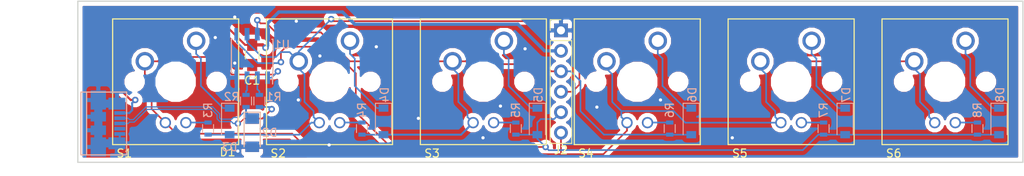
<source format=kicad_pcb>
(kicad_pcb (version 20170919) (host pcbnew "(2017-09-19 revision dddaa7e69)-makepkg")

  (general
    (thickness 1.6)
    (drawings 8)
    (tracks 310)
    (zones 0)
    (modules 26)
    (nets 23)
  )

  (page User 659.003 430.403)
  (layers
    (0 Top signal)
    (31 Bottom signal)
    (34 B.Paste user)
    (35 F.Paste user)
    (36 B.SilkS user)
    (37 F.SilkS user)
    (38 B.Mask user)
    (39 F.Mask user)
    (40 Dwgs.User user)
    (41 Cmts.User user)
    (42 Eco1.User user)
    (43 Eco2.User user)
    (44 Edge.Cuts user)
    (45 Margin user)
  )

  (setup
    (last_trace_width 0.254)
    (user_trace_width 0.1524)
    (user_trace_width 0.2032)
    (user_trace_width 0.254)
    (user_trace_width 0.4064)
    (user_trace_width 0.6096)
    (user_trace_width 0.8128)
    (user_trace_width 1.016)
    (user_trace_width 1.2192)
    (trace_clearance 0.1524)
    (zone_clearance 0.508)
    (zone_45_only no)
    (trace_min 0.1524)
    (segment_width 0.15)
    (edge_width 0.15)
    (via_size 0.6858)
    (via_drill 0.3302)
    (via_min_size 0.8)
    (via_min_drill 0.3302)
    (user_via 0.8 0.4)
    (user_via 0.9906 0.635)
    (user_via 1.1176 0.762)
    (user_via 1.2446 0.889)
    (user_via 1.3716 1.016)
    (user_via 1.4986 1.143)
    (user_via 1.6256 1.27)
    (user_via 1.7526 1.397)
    (uvia_size 0.762)
    (uvia_drill 0.508)
    (uvias_allowed no)
    (uvia_min_size 0)
    (uvia_min_drill 0)
    (pcb_text_width 0.3)
    (pcb_text_size 1.5 1.5)
    (mod_edge_width 0.15)
    (mod_text_size 1 1)
    (mod_text_width 0.15)
    (pad_size 1.524 1.524)
    (pad_drill 0.762)
    (pad_to_mask_clearance 0.2)
    (aux_axis_origin 0 0)
    (visible_elements 7FFFFFFF)
    (pcbplotparams
      (layerselection 0x010f0_ffffffff)
      (usegerberextensions false)
      (usegerberattributes true)
      (usegerberadvancedattributes true)
      (creategerberjobfile true)
      (excludeedgelayer true)
      (linewidth 0.100000)
      (plotframeref false)
      (viasonmask false)
      (mode 1)
      (useauxorigin false)
      (hpglpennumber 1)
      (hpglpenspeed 20)
      (hpglpendiameter 15)
      (psnegative false)
      (psa4output false)
      (plotreference true)
      (plotvalue true)
      (plotinvisibletext false)
      (padsonsilk false)
      (subtractmaskfromsilk false)
      (outputformat 1)
      (mirror false)
      (drillshape 0)
      (scaleselection 1)
      (outputdirectory gerbers/))
  )

  (net 0 "")
  (net 1 GND)
  (net 2 +5V)
  (net 3 /D+)
  (net 4 /D-)
  (net 5 MOSI)
  (net 6 MISO)
  (net 7 SCK)
  (net 8 ~RST)
  (net 9 "Net-(R1-Pad1)")
  (net 10 "Net-(R2-Pad1)")
  (net 11 "Net-(D3-Pad1)")
  (net 12 "Net-(D4-Pad1)")
  (net 13 "Net-(D5-Pad1)")
  (net 14 "Net-(D6-Pad1)")
  (net 15 "Net-(D7-Pad1)")
  (net 16 "Net-(D8-Pad1)")
  (net 17 "Net-(R3-Pad1)")
  (net 18 "Net-(R4-Pad1)")
  (net 19 "Net-(R5-Pad1)")
  (net 20 "Net-(R6-Pad1)")
  (net 21 "Net-(R7-Pad1)")
  (net 22 "Net-(R8-Pad1)")

  (net_class Default "This is the default net class."
    (clearance 0.1524)
    (trace_width 0.25)
    (via_dia 0.6858)
    (via_drill 0.3302)
    (uvia_dia 0.762)
    (uvia_drill 0.508)
    (add_net +5V)
    (add_net /D+)
    (add_net /D-)
    (add_net GND)
    (add_net MISO)
    (add_net MOSI)
    (add_net "Net-(D3-Pad1)")
    (add_net "Net-(D4-Pad1)")
    (add_net "Net-(D5-Pad1)")
    (add_net "Net-(D6-Pad1)")
    (add_net "Net-(D7-Pad1)")
    (add_net "Net-(D8-Pad1)")
    (add_net "Net-(R1-Pad1)")
    (add_net "Net-(R2-Pad1)")
    (add_net "Net-(R3-Pad1)")
    (add_net "Net-(R4-Pad1)")
    (add_net "Net-(R5-Pad1)")
    (add_net "Net-(R6-Pad1)")
    (add_net "Net-(R7-Pad1)")
    (add_net "Net-(R8-Pad1)")
    (add_net SCK)
    (add_net ~RST)
  )

  (module CherryMX:Cherry-MX-RGB-LED (layer Top) (tedit 59E910BA) (tstamp 59E9E5AD)
    (at 226.107 165)
    (path /59E9972B)
    (fp_text reference S1 (at -6.35 8.89) (layer F.SilkS)
      (effects (font (size 1 1) (thickness 0.15)))
    )
    (fp_text value MXALPS (at -0.47 -8.22) (layer F.Fab)
      (effects (font (size 1 1) (thickness 0.15)))
    )
    (fp_line (start -7.8 -7.8) (end -7.8 7.8) (layer F.SilkS) (width 0.15))
    (fp_line (start -7.8 -7.8) (end 7.8 -7.8) (layer F.SilkS) (width 0.15))
    (fp_line (start 7.8 -7.8) (end 7.8 7.8) (layer F.SilkS) (width 0.15))
    (fp_line (start -7.8 7.8) (end 7.8 7.8) (layer F.SilkS) (width 0.15))
    (pad 4 thru_hole circle (at 1.27 5.08) (size 1.397 1.397) (drill 0.9906) (layers *.Cu *.Mask)
      (net 17 "Net-(R3-Pad1)"))
    (pad 3 thru_hole circle (at -1.27 5.08) (size 1.397 1.397) (drill 0.9906) (layers *.Cu *.Mask)
      (net 8 ~RST))
    (pad "" np_thru_hole circle (at 0 0) (size 3.9878 3.9878) (drill 3.9878) (layers *.Cu *.Mask))
    (pad "" np_thru_hole circle (at 5.08 0) (size 1.524 1.524) (drill 1.524) (layers *.Cu *.Mask))
    (pad "" np_thru_hole circle (at -5.08 0) (size 1.524 1.524) (drill 1.524) (layers *.Cu *.Mask))
    (pad 2 thru_hole circle (at 2.54 -5.08) (size 2.286 2.286) (drill 1.4986) (layers *.Cu *.Mask)
      (net 11 "Net-(D3-Pad1)"))
    (pad 1 thru_hole circle (at -3.81 -2.54) (size 2.286 2.286) (drill 1.4986) (layers *.Cu *.Mask)
      (net 8 ~RST))
    (model :3DFiles:CherryMX/Cherry-mx-no-led.stp
      (at (xyz 0 0 0.1929133858267717))
      (scale (xyz 1 1 1))
      (rotate (xyz 0 0 -90))
    )
  )

  (module Resistors_SMD:R_0603 (layer Bottom) (tedit 58E0A804) (tstamp 59E9F68D)
    (at 234.823 167.386 270)
    (descr "Resistor SMD 0603, reflow soldering, Vishay (see dcrcw.pdf)")
    (tags "resistor 0603")
    (path /59E91161)
    (attr smd)
    (fp_text reference R2 (at -0.508 1.778) (layer B.SilkS)
      (effects (font (size 1 1) (thickness 0.15)) (justify mirror))
    )
    (fp_text value 68R (at 0 -1.5 270) (layer B.Fab)
      (effects (font (size 1 1) (thickness 0.15)) (justify mirror))
    )
    (fp_line (start 1.25 -0.7) (end -1.25 -0.7) (layer B.CrtYd) (width 0.05))
    (fp_line (start 1.25 -0.7) (end 1.25 0.7) (layer B.CrtYd) (width 0.05))
    (fp_line (start -1.25 0.7) (end -1.25 -0.7) (layer B.CrtYd) (width 0.05))
    (fp_line (start -1.25 0.7) (end 1.25 0.7) (layer B.CrtYd) (width 0.05))
    (fp_line (start -0.5 0.68) (end 0.5 0.68) (layer B.SilkS) (width 0.12))
    (fp_line (start 0.5 -0.68) (end -0.5 -0.68) (layer B.SilkS) (width 0.12))
    (fp_line (start -0.8 0.4) (end 0.8 0.4) (layer B.Fab) (width 0.1))
    (fp_line (start 0.8 0.4) (end 0.8 -0.4) (layer B.Fab) (width 0.1))
    (fp_line (start 0.8 -0.4) (end -0.8 -0.4) (layer B.Fab) (width 0.1))
    (fp_line (start -0.8 -0.4) (end -0.8 0.4) (layer B.Fab) (width 0.1))
    (fp_text user %R (at 0 0 270) (layer B.Fab)
      (effects (font (size 0.4 0.4) (thickness 0.075)) (justify mirror))
    )
    (pad 2 smd rect (at 0.75 0 270) (size 0.5 0.9) (layers Bottom B.Paste B.Mask)
      (net 4 /D-))
    (pad 1 smd rect (at -0.75 0 270) (size 0.5 0.9) (layers Bottom B.Paste B.Mask)
      (net 10 "Net-(R2-Pad1)"))
    (model ${KISYS3DMOD}/Resistors_SMD.3dshapes/R_0603.wrl
      (at (xyz 0 0 0))
      (scale (xyz 1 1 1))
      (rotate (xyz 0 0 0))
    )
  )

  (module Diodes_SMD:D_MiniMELF (layer Bottom) (tedit 5905D8F5) (tstamp 59E9F657)
    (at 235.585 171.323 270)
    (descr "Diode Mini-MELF")
    (tags "Diode Mini-MELF")
    (path /59E91B1E)
    (attr smd)
    (fp_text reference D2 (at 0 -2.159) (layer B.SilkS)
      (effects (font (size 1 1) (thickness 0.15)) (justify mirror))
    )
    (fp_text value 3v6 (at 0 -1.75 270) (layer B.Fab)
      (effects (font (size 1 1) (thickness 0.15)) (justify mirror))
    )
    (fp_line (start -2.65 -1.1) (end -2.65 1.1) (layer B.CrtYd) (width 0.05))
    (fp_line (start 2.65 -1.1) (end -2.65 -1.1) (layer B.CrtYd) (width 0.05))
    (fp_line (start 2.65 1.1) (end 2.65 -1.1) (layer B.CrtYd) (width 0.05))
    (fp_line (start -2.65 1.1) (end 2.65 1.1) (layer B.CrtYd) (width 0.05))
    (fp_line (start -0.75 0) (end -0.35 0) (layer B.Fab) (width 0.1))
    (fp_line (start -0.35 0) (end -0.35 0.55) (layer B.Fab) (width 0.1))
    (fp_line (start -0.35 0) (end -0.35 -0.55) (layer B.Fab) (width 0.1))
    (fp_line (start -0.35 0) (end 0.25 0.4) (layer B.Fab) (width 0.1))
    (fp_line (start 0.25 0.4) (end 0.25 -0.4) (layer B.Fab) (width 0.1))
    (fp_line (start 0.25 -0.4) (end -0.35 0) (layer B.Fab) (width 0.1))
    (fp_line (start 0.25 0) (end 0.75 0) (layer B.Fab) (width 0.1))
    (fp_line (start -1.65 0.8) (end 1.65 0.8) (layer B.Fab) (width 0.1))
    (fp_line (start -1.65 -0.8) (end -1.65 0.8) (layer B.Fab) (width 0.1))
    (fp_line (start 1.65 -0.8) (end -1.65 -0.8) (layer B.Fab) (width 0.1))
    (fp_line (start 1.65 0.8) (end 1.65 -0.8) (layer B.Fab) (width 0.1))
    (fp_line (start -2.55 -1) (end 1.75 -1) (layer B.SilkS) (width 0.12))
    (fp_line (start -2.55 1) (end -2.55 -1) (layer B.SilkS) (width 0.12))
    (fp_line (start 1.75 1) (end -2.55 1) (layer B.SilkS) (width 0.12))
    (fp_text user %R (at 0 2 270) (layer B.Fab)
      (effects (font (size 1 1) (thickness 0.15)) (justify mirror))
    )
    (pad 2 smd rect (at 1.75 0 270) (size 1.3 1.7) (layers Bottom B.Paste B.Mask)
      (net 1 GND))
    (pad 1 smd rect (at -1.75 0 270) (size 1.3 1.7) (layers Bottom B.Paste B.Mask)
      (net 4 /D-))
    (model ${KISYS3DMOD}/Diodes_SMD.3dshapes/D_MiniMELF.wrl
      (at (xyz 0 0 0))
      (scale (xyz 1 1 1))
      (rotate (xyz 0 0 0))
    )
  )

  (module Diodes_SMD:D_SOD-123 (layer Bottom) (tedit 58645DC7) (tstamp 59E9E485)
    (at 232.791 169.922 270)
    (descr SOD-123)
    (tags SOD-123)
    (path /59E99739)
    (attr smd)
    (fp_text reference D3 (at 3.179 0) (layer B.SilkS)
      (effects (font (size 1 1) (thickness 0.15)) (justify mirror))
    )
    (fp_text value 1n4148 (at 0 -2.1 270) (layer B.Fab)
      (effects (font (size 1 1) (thickness 0.15)) (justify mirror))
    )
    (fp_line (start -2.25 1) (end 1.65 1) (layer B.SilkS) (width 0.12))
    (fp_line (start -2.25 -1) (end 1.65 -1) (layer B.SilkS) (width 0.12))
    (fp_line (start -2.35 1.15) (end -2.35 -1.15) (layer B.CrtYd) (width 0.05))
    (fp_line (start 2.35 -1.15) (end -2.35 -1.15) (layer B.CrtYd) (width 0.05))
    (fp_line (start 2.35 1.15) (end 2.35 -1.15) (layer B.CrtYd) (width 0.05))
    (fp_line (start -2.35 1.15) (end 2.35 1.15) (layer B.CrtYd) (width 0.05))
    (fp_line (start -1.4 0.9) (end 1.4 0.9) (layer B.Fab) (width 0.1))
    (fp_line (start 1.4 0.9) (end 1.4 -0.9) (layer B.Fab) (width 0.1))
    (fp_line (start 1.4 -0.9) (end -1.4 -0.9) (layer B.Fab) (width 0.1))
    (fp_line (start -1.4 -0.9) (end -1.4 0.9) (layer B.Fab) (width 0.1))
    (fp_line (start -0.75 0) (end -0.35 0) (layer B.Fab) (width 0.1))
    (fp_line (start -0.35 0) (end -0.35 0.55) (layer B.Fab) (width 0.1))
    (fp_line (start -0.35 0) (end -0.35 -0.55) (layer B.Fab) (width 0.1))
    (fp_line (start -0.35 0) (end 0.25 0.4) (layer B.Fab) (width 0.1))
    (fp_line (start 0.25 0.4) (end 0.25 -0.4) (layer B.Fab) (width 0.1))
    (fp_line (start 0.25 -0.4) (end -0.35 0) (layer B.Fab) (width 0.1))
    (fp_line (start 0.25 0) (end 0.75 0) (layer B.Fab) (width 0.1))
    (fp_line (start -2.25 1) (end -2.25 -1) (layer B.SilkS) (width 0.12))
    (fp_text user %R (at 0 2 270) (layer B.Fab)
      (effects (font (size 1 1) (thickness 0.15)) (justify mirror))
    )
    (pad 2 smd rect (at 1.65 0 270) (size 0.9 1.2) (layers Bottom B.Paste B.Mask)
      (net 6 MISO))
    (pad 1 smd rect (at -1.65 0 270) (size 0.9 1.2) (layers Bottom B.Paste B.Mask)
      (net 11 "Net-(D3-Pad1)"))
    (model ${KISYS3DMOD}/Diodes_SMD.3dshapes/D_SOD-123.wrl
      (at (xyz 0 0 0))
      (scale (xyz 1 1 1))
      (rotate (xyz 0 0 0))
    )
  )

  (module Connectors:USB_Micro_B (layer Bottom) (tedit 59E9281F) (tstamp 59E9F66B)
    (at 216.535 170.18)
    (path /59E9141D)
    (fp_text reference J1 (at 4.445 3.302) (layer B.SilkS) hide
      (effects (font (size 1 1) (thickness 0.15)) (justify mirror))
    )
    (fp_text value USB_B (at -3.3 0.1 -90) (layer B.Fab)
      (effects (font (size 1 1) (thickness 0.15)) (justify mirror))
    )
    (fp_line (start -2.1 3.9) (end 3.5 3.9) (layer B.SilkS) (width 0.15))
    (fp_line (start -2.15 3.9) (end -2.15 -3.9) (layer B.SilkS) (width 0.15))
    (fp_line (start -1.45 3.9) (end -1.45 -3.9) (layer B.SilkS) (width 0.15))
    (fp_line (start 3.5 3.9) (end 3.5 -3.9) (layer B.SilkS) (width 0.15))
    (fp_line (start -2.1 -3.9) (end 3.5 -3.9) (layer B.SilkS) (width 0.15))
    (pad 4 smd rect (at 0 2.9125) (size 1.9 2.375) (layers Bottom B.Paste B.Mask)
      (net 1 GND))
    (pad 4 smd rect (at 0 -2.9125) (size 1.9 2.375) (layers Bottom B.Paste B.Mask)
      (net 1 GND))
    (pad 4 smd rect (at 0 0.8375) (size 1.9 1.175) (layers Bottom B.Paste B.Mask)
      (net 1 GND))
    (pad 4 smd rect (at 0 -0.8375) (size 1.9 1.175) (layers Bottom B.Paste B.Mask)
      (net 1 GND))
    (pad 4 smd rect (at 2.3 2.4625) (size 2.1 1.475) (layers Bottom B.Paste B.Mask)
      (net 1 GND))
    (pad 4 smd rect (at 2.3 -2.4625) (size 2.1 1.475) (layers Bottom B.Paste B.Mask)
      (net 1 GND))
    (pad 5 smd rect (at 2.66 1.3) (size 1.38 0.45) (layers Bottom B.Paste B.Mask)
      (net 1 GND))
    (pad 6 smd rect (at 2.66 0.65) (size 1.38 0.45) (layers Bottom B.Paste B.Mask))
    (pad 3 smd rect (at 2.66 0) (size 1.38 0.45) (layers Bottom B.Paste B.Mask)
      (net 3 /D+))
    (pad 2 smd rect (at 2.66 -0.65) (size 1.38 0.45) (layers Bottom B.Paste B.Mask)
      (net 4 /D-))
    (pad 1 smd rect (at 2.66 -1.3) (size 1.38 0.45) (layers Bottom B.Paste B.Mask)
      (net 2 +5V))
    (model ":3DFiles:micro USB.stp"
      (at (xyz -0.7165354330708662 -0.5696850393700787 -0.2))
      (scale (xyz 1 1 1))
      (rotate (xyz -90 0 90))
    )
  )

  (module Diodes_SMD:D_SOD-123 (layer Bottom) (tedit 59E915EA) (tstamp 59E9F290)
    (at 328.041 169.922 270)
    (descr SOD-123)
    (tags SOD-123)
    (path /59E9C0D9)
    (attr smd)
    (fp_text reference D8 (at -3.302 -0.127 270) (layer B.SilkS)
      (effects (font (size 1 1) (thickness 0.15)) (justify mirror))
    )
    (fp_text value 1n4148 (at 0 -2.1 270) (layer B.Fab)
      (effects (font (size 1 1) (thickness 0.15)) (justify mirror))
    )
    (fp_text user %R (at 0 2 270) (layer B.Fab)
      (effects (font (size 1 1) (thickness 0.15)) (justify mirror))
    )
    (fp_line (start -2.25 1) (end -2.25 -1) (layer B.SilkS) (width 0.12))
    (fp_line (start 0.25 0) (end 0.75 0) (layer B.Fab) (width 0.1))
    (fp_line (start 0.25 -0.4) (end -0.35 0) (layer B.Fab) (width 0.1))
    (fp_line (start 0.25 0.4) (end 0.25 -0.4) (layer B.Fab) (width 0.1))
    (fp_line (start -0.35 0) (end 0.25 0.4) (layer B.Fab) (width 0.1))
    (fp_line (start -0.35 0) (end -0.35 -0.55) (layer B.Fab) (width 0.1))
    (fp_line (start -0.35 0) (end -0.35 0.55) (layer B.Fab) (width 0.1))
    (fp_line (start -0.75 0) (end -0.35 0) (layer B.Fab) (width 0.1))
    (fp_line (start -1.4 -0.9) (end -1.4 0.9) (layer B.Fab) (width 0.1))
    (fp_line (start 1.4 -0.9) (end -1.4 -0.9) (layer B.Fab) (width 0.1))
    (fp_line (start 1.4 0.9) (end 1.4 -0.9) (layer B.Fab) (width 0.1))
    (fp_line (start -1.4 0.9) (end 1.4 0.9) (layer B.Fab) (width 0.1))
    (fp_line (start -2.35 1.15) (end 2.35 1.15) (layer B.CrtYd) (width 0.05))
    (fp_line (start 2.35 1.15) (end 2.35 -1.15) (layer B.CrtYd) (width 0.05))
    (fp_line (start 2.35 -1.15) (end -2.35 -1.15) (layer B.CrtYd) (width 0.05))
    (fp_line (start -2.35 1.15) (end -2.35 -1.15) (layer B.CrtYd) (width 0.05))
    (fp_line (start -2.25 -1) (end 1.65 -1) (layer B.SilkS) (width 0.12))
    (fp_line (start -2.25 1) (end 1.65 1) (layer B.SilkS) (width 0.12))
    (pad 1 smd rect (at -1.65 0 270) (size 0.9 1.2) (layers Bottom B.Paste B.Mask)
      (net 16 "Net-(D8-Pad1)"))
    (pad 2 smd rect (at 1.65 0 270) (size 0.9 1.2) (layers Bottom B.Paste B.Mask)
      (net 5 MOSI))
    (model ${KISYS3DMOD}/Diodes_SMD.3dshapes/D_SOD-123.wrl
      (at (xyz 0 0 0))
      (scale (xyz 1 1 1))
      (rotate (xyz 0 0 0))
    )
  )

  (module Diodes_SMD:D_SOD-123 (layer Bottom) (tedit 59E915E4) (tstamp 59E9F278)
    (at 308.991 169.922 270)
    (descr SOD-123)
    (tags SOD-123)
    (path /59E9BBEB)
    (attr smd)
    (fp_text reference D7 (at -3.302 -0.127 270) (layer B.SilkS)
      (effects (font (size 1 1) (thickness 0.15)) (justify mirror))
    )
    (fp_text value 1n4148 (at 0 -2.1 270) (layer B.Fab)
      (effects (font (size 1 1) (thickness 0.15)) (justify mirror))
    )
    (fp_text user %R (at 0 2 270) (layer B.Fab)
      (effects (font (size 1 1) (thickness 0.15)) (justify mirror))
    )
    (fp_line (start -2.25 1) (end -2.25 -1) (layer B.SilkS) (width 0.12))
    (fp_line (start 0.25 0) (end 0.75 0) (layer B.Fab) (width 0.1))
    (fp_line (start 0.25 -0.4) (end -0.35 0) (layer B.Fab) (width 0.1))
    (fp_line (start 0.25 0.4) (end 0.25 -0.4) (layer B.Fab) (width 0.1))
    (fp_line (start -0.35 0) (end 0.25 0.4) (layer B.Fab) (width 0.1))
    (fp_line (start -0.35 0) (end -0.35 -0.55) (layer B.Fab) (width 0.1))
    (fp_line (start -0.35 0) (end -0.35 0.55) (layer B.Fab) (width 0.1))
    (fp_line (start -0.75 0) (end -0.35 0) (layer B.Fab) (width 0.1))
    (fp_line (start -1.4 -0.9) (end -1.4 0.9) (layer B.Fab) (width 0.1))
    (fp_line (start 1.4 -0.9) (end -1.4 -0.9) (layer B.Fab) (width 0.1))
    (fp_line (start 1.4 0.9) (end 1.4 -0.9) (layer B.Fab) (width 0.1))
    (fp_line (start -1.4 0.9) (end 1.4 0.9) (layer B.Fab) (width 0.1))
    (fp_line (start -2.35 1.15) (end 2.35 1.15) (layer B.CrtYd) (width 0.05))
    (fp_line (start 2.35 1.15) (end 2.35 -1.15) (layer B.CrtYd) (width 0.05))
    (fp_line (start 2.35 -1.15) (end -2.35 -1.15) (layer B.CrtYd) (width 0.05))
    (fp_line (start -2.35 1.15) (end -2.35 -1.15) (layer B.CrtYd) (width 0.05))
    (fp_line (start -2.25 -1) (end 1.65 -1) (layer B.SilkS) (width 0.12))
    (fp_line (start -2.25 1) (end 1.65 1) (layer B.SilkS) (width 0.12))
    (pad 1 smd rect (at -1.65 0 270) (size 0.9 1.2) (layers Bottom B.Paste B.Mask)
      (net 15 "Net-(D7-Pad1)"))
    (pad 2 smd rect (at 1.65 0 270) (size 0.9 1.2) (layers Bottom B.Paste B.Mask)
      (net 5 MOSI))
    (model ${KISYS3DMOD}/Diodes_SMD.3dshapes/D_SOD-123.wrl
      (at (xyz 0 0 0))
      (scale (xyz 1 1 1))
      (rotate (xyz 0 0 0))
    )
  )

  (module Diodes_SMD:D_SOD-123 (layer Bottom) (tedit 59E915D3) (tstamp 59E9F260)
    (at 289.941 169.922 270)
    (descr SOD-123)
    (tags SOD-123)
    (path /59E9B96C)
    (attr smd)
    (fp_text reference D6 (at -3.302 -0.127 270) (layer B.SilkS)
      (effects (font (size 1 1) (thickness 0.15)) (justify mirror))
    )
    (fp_text value 1n4148 (at 0 -2.1 270) (layer B.Fab)
      (effects (font (size 1 1) (thickness 0.15)) (justify mirror))
    )
    (fp_text user %R (at 0 2 270) (layer B.Fab)
      (effects (font (size 1 1) (thickness 0.15)) (justify mirror))
    )
    (fp_line (start -2.25 1) (end -2.25 -1) (layer B.SilkS) (width 0.12))
    (fp_line (start 0.25 0) (end 0.75 0) (layer B.Fab) (width 0.1))
    (fp_line (start 0.25 -0.4) (end -0.35 0) (layer B.Fab) (width 0.1))
    (fp_line (start 0.25 0.4) (end 0.25 -0.4) (layer B.Fab) (width 0.1))
    (fp_line (start -0.35 0) (end 0.25 0.4) (layer B.Fab) (width 0.1))
    (fp_line (start -0.35 0) (end -0.35 -0.55) (layer B.Fab) (width 0.1))
    (fp_line (start -0.35 0) (end -0.35 0.55) (layer B.Fab) (width 0.1))
    (fp_line (start -0.75 0) (end -0.35 0) (layer B.Fab) (width 0.1))
    (fp_line (start -1.4 -0.9) (end -1.4 0.9) (layer B.Fab) (width 0.1))
    (fp_line (start 1.4 -0.9) (end -1.4 -0.9) (layer B.Fab) (width 0.1))
    (fp_line (start 1.4 0.9) (end 1.4 -0.9) (layer B.Fab) (width 0.1))
    (fp_line (start -1.4 0.9) (end 1.4 0.9) (layer B.Fab) (width 0.1))
    (fp_line (start -2.35 1.15) (end 2.35 1.15) (layer B.CrtYd) (width 0.05))
    (fp_line (start 2.35 1.15) (end 2.35 -1.15) (layer B.CrtYd) (width 0.05))
    (fp_line (start 2.35 -1.15) (end -2.35 -1.15) (layer B.CrtYd) (width 0.05))
    (fp_line (start -2.35 1.15) (end -2.35 -1.15) (layer B.CrtYd) (width 0.05))
    (fp_line (start -2.25 -1) (end 1.65 -1) (layer B.SilkS) (width 0.12))
    (fp_line (start -2.25 1) (end 1.65 1) (layer B.SilkS) (width 0.12))
    (pad 1 smd rect (at -1.65 0 270) (size 0.9 1.2) (layers Bottom B.Paste B.Mask)
      (net 14 "Net-(D6-Pad1)"))
    (pad 2 smd rect (at 1.65 0 270) (size 0.9 1.2) (layers Bottom B.Paste B.Mask)
      (net 7 SCK))
    (model ${KISYS3DMOD}/Diodes_SMD.3dshapes/D_SOD-123.wrl
      (at (xyz 0 0 0))
      (scale (xyz 1 1 1))
      (rotate (xyz 0 0 0))
    )
  )

  (module Diodes_SMD:D_SOD-123 (layer Bottom) (tedit 59E915C5) (tstamp 59E9F248)
    (at 270.891 169.922 270)
    (descr SOD-123)
    (tags SOD-123)
    (path /59E9BFFD)
    (attr smd)
    (fp_text reference D5 (at -3.302 -0.127 270) (layer B.SilkS)
      (effects (font (size 1 1) (thickness 0.15)) (justify mirror))
    )
    (fp_text value 1n4148 (at 0 -2.1 270) (layer B.Fab)
      (effects (font (size 1 1) (thickness 0.15)) (justify mirror))
    )
    (fp_text user %R (at 0 2 270) (layer B.Fab)
      (effects (font (size 1 1) (thickness 0.15)) (justify mirror))
    )
    (fp_line (start -2.25 1) (end -2.25 -1) (layer B.SilkS) (width 0.12))
    (fp_line (start 0.25 0) (end 0.75 0) (layer B.Fab) (width 0.1))
    (fp_line (start 0.25 -0.4) (end -0.35 0) (layer B.Fab) (width 0.1))
    (fp_line (start 0.25 0.4) (end 0.25 -0.4) (layer B.Fab) (width 0.1))
    (fp_line (start -0.35 0) (end 0.25 0.4) (layer B.Fab) (width 0.1))
    (fp_line (start -0.35 0) (end -0.35 -0.55) (layer B.Fab) (width 0.1))
    (fp_line (start -0.35 0) (end -0.35 0.55) (layer B.Fab) (width 0.1))
    (fp_line (start -0.75 0) (end -0.35 0) (layer B.Fab) (width 0.1))
    (fp_line (start -1.4 -0.9) (end -1.4 0.9) (layer B.Fab) (width 0.1))
    (fp_line (start 1.4 -0.9) (end -1.4 -0.9) (layer B.Fab) (width 0.1))
    (fp_line (start 1.4 0.9) (end 1.4 -0.9) (layer B.Fab) (width 0.1))
    (fp_line (start -1.4 0.9) (end 1.4 0.9) (layer B.Fab) (width 0.1))
    (fp_line (start -2.35 1.15) (end 2.35 1.15) (layer B.CrtYd) (width 0.05))
    (fp_line (start 2.35 1.15) (end 2.35 -1.15) (layer B.CrtYd) (width 0.05))
    (fp_line (start 2.35 -1.15) (end -2.35 -1.15) (layer B.CrtYd) (width 0.05))
    (fp_line (start -2.35 1.15) (end -2.35 -1.15) (layer B.CrtYd) (width 0.05))
    (fp_line (start -2.25 -1) (end 1.65 -1) (layer B.SilkS) (width 0.12))
    (fp_line (start -2.25 1) (end 1.65 1) (layer B.SilkS) (width 0.12))
    (pad 1 smd rect (at -1.65 0 270) (size 0.9 1.2) (layers Bottom B.Paste B.Mask)
      (net 13 "Net-(D5-Pad1)"))
    (pad 2 smd rect (at 1.65 0 270) (size 0.9 1.2) (layers Bottom B.Paste B.Mask)
      (net 5 MOSI))
    (model ${KISYS3DMOD}/Diodes_SMD.3dshapes/D_SOD-123.wrl
      (at (xyz 0 0 0))
      (scale (xyz 1 1 1))
      (rotate (xyz 0 0 0))
    )
  )

  (module Diodes_SMD:D_SOD-123 (layer Bottom) (tedit 59E915AD) (tstamp 59E9F230)
    (at 251.841 169.922 270)
    (descr SOD-123)
    (tags SOD-123)
    (path /59E9BD1F)
    (attr smd)
    (fp_text reference D4 (at -3.302 -0.127 270) (layer B.SilkS)
      (effects (font (size 1 1) (thickness 0.15)) (justify mirror))
    )
    (fp_text value 1n4148 (at 0 -2.1 270) (layer B.Fab)
      (effects (font (size 1 1) (thickness 0.15)) (justify mirror))
    )
    (fp_text user %R (at 0 2 270) (layer B.Fab)
      (effects (font (size 1 1) (thickness 0.15)) (justify mirror))
    )
    (fp_line (start -2.25 1) (end -2.25 -1) (layer B.SilkS) (width 0.12))
    (fp_line (start 0.25 0) (end 0.75 0) (layer B.Fab) (width 0.1))
    (fp_line (start 0.25 -0.4) (end -0.35 0) (layer B.Fab) (width 0.1))
    (fp_line (start 0.25 0.4) (end 0.25 -0.4) (layer B.Fab) (width 0.1))
    (fp_line (start -0.35 0) (end 0.25 0.4) (layer B.Fab) (width 0.1))
    (fp_line (start -0.35 0) (end -0.35 -0.55) (layer B.Fab) (width 0.1))
    (fp_line (start -0.35 0) (end -0.35 0.55) (layer B.Fab) (width 0.1))
    (fp_line (start -0.75 0) (end -0.35 0) (layer B.Fab) (width 0.1))
    (fp_line (start -1.4 -0.9) (end -1.4 0.9) (layer B.Fab) (width 0.1))
    (fp_line (start 1.4 -0.9) (end -1.4 -0.9) (layer B.Fab) (width 0.1))
    (fp_line (start 1.4 0.9) (end 1.4 -0.9) (layer B.Fab) (width 0.1))
    (fp_line (start -1.4 0.9) (end 1.4 0.9) (layer B.Fab) (width 0.1))
    (fp_line (start -2.35 1.15) (end 2.35 1.15) (layer B.CrtYd) (width 0.05))
    (fp_line (start 2.35 1.15) (end 2.35 -1.15) (layer B.CrtYd) (width 0.05))
    (fp_line (start 2.35 -1.15) (end -2.35 -1.15) (layer B.CrtYd) (width 0.05))
    (fp_line (start -2.35 1.15) (end -2.35 -1.15) (layer B.CrtYd) (width 0.05))
    (fp_line (start -2.25 -1) (end 1.65 -1) (layer B.SilkS) (width 0.12))
    (fp_line (start -2.25 1) (end 1.65 1) (layer B.SilkS) (width 0.12))
    (pad 1 smd rect (at -1.65 0 270) (size 0.9 1.2) (layers Bottom B.Paste B.Mask)
      (net 12 "Net-(D4-Pad1)"))
    (pad 2 smd rect (at 1.65 0 270) (size 0.9 1.2) (layers Bottom B.Paste B.Mask)
      (net 7 SCK))
    (model ${KISYS3DMOD}/Diodes_SMD.3dshapes/D_SOD-123.wrl
      (at (xyz 0 0 0))
      (scale (xyz 1 1 1))
      (rotate (xyz 0 0 0))
    )
  )

  (module CherryMX:Cherry-MX-RGB-LED (layer Top) (tedit 59E915EF) (tstamp 59E9F222)
    (at 321.357 165)
    (path /59E9C0D2)
    (fp_text reference S6 (at -6.35 8.89) (layer F.SilkS)
      (effects (font (size 1 1) (thickness 0.15)))
    )
    (fp_text value MXALPS (at -0.47 -8.22) (layer F.Fab)
      (effects (font (size 1 1) (thickness 0.15)))
    )
    (fp_line (start -7.8 7.8) (end 7.8 7.8) (layer F.SilkS) (width 0.15))
    (fp_line (start 7.8 -7.8) (end 7.8 7.8) (layer F.SilkS) (width 0.15))
    (fp_line (start -7.8 -7.8) (end 7.8 -7.8) (layer F.SilkS) (width 0.15))
    (fp_line (start -7.8 -7.8) (end -7.8 7.8) (layer F.SilkS) (width 0.15))
    (pad 1 thru_hole circle (at -3.81 -2.54) (size 2.286 2.286) (drill 1.4986) (layers *.Cu *.Mask)
      (net 6 MISO))
    (pad 2 thru_hole circle (at 2.54 -5.08) (size 2.286 2.286) (drill 1.4986) (layers *.Cu *.Mask)
      (net 16 "Net-(D8-Pad1)"))
    (pad "" np_thru_hole circle (at -5.08 0) (size 1.524 1.524) (drill 1.524) (layers *.Cu *.Mask))
    (pad "" np_thru_hole circle (at 5.08 0) (size 1.524 1.524) (drill 1.524) (layers *.Cu *.Mask))
    (pad "" np_thru_hole circle (at 0 0) (size 3.9878 3.9878) (drill 3.9878) (layers *.Cu *.Mask))
    (pad 3 thru_hole circle (at -1.27 5.08) (size 1.397 1.397) (drill 0.9906) (layers *.Cu *.Mask)
      (net 6 MISO))
    (pad 4 thru_hole circle (at 1.27 5.08) (size 1.397 1.397) (drill 0.9906) (layers *.Cu *.Mask)
      (net 22 "Net-(R8-Pad1)"))
    (model :3DFiles:CherryMX/Cherry-mx-no-led.stp
      (at (xyz 0 0 0.1929133858267717))
      (scale (xyz 1 1 1))
      (rotate (xyz 0 0 -90))
    )
  )

  (module CherryMX:Cherry-MX-RGB-LED (layer Top) (tedit 59E915DB) (tstamp 59E9F214)
    (at 302.307 165)
    (path /59E9BBE4)
    (fp_text reference S5 (at -6.35 8.89) (layer F.SilkS)
      (effects (font (size 1 1) (thickness 0.15)))
    )
    (fp_text value MXALPS (at -0.47 -8.22) (layer F.Fab)
      (effects (font (size 1 1) (thickness 0.15)))
    )
    (fp_line (start -7.8 7.8) (end 7.8 7.8) (layer F.SilkS) (width 0.15))
    (fp_line (start 7.8 -7.8) (end 7.8 7.8) (layer F.SilkS) (width 0.15))
    (fp_line (start -7.8 -7.8) (end 7.8 -7.8) (layer F.SilkS) (width 0.15))
    (fp_line (start -7.8 -7.8) (end -7.8 7.8) (layer F.SilkS) (width 0.15))
    (pad 1 thru_hole circle (at -3.81 -2.54) (size 2.286 2.286) (drill 1.4986) (layers *.Cu *.Mask)
      (net 8 ~RST))
    (pad 2 thru_hole circle (at 2.54 -5.08) (size 2.286 2.286) (drill 1.4986) (layers *.Cu *.Mask)
      (net 15 "Net-(D7-Pad1)"))
    (pad "" np_thru_hole circle (at -5.08 0) (size 1.524 1.524) (drill 1.524) (layers *.Cu *.Mask))
    (pad "" np_thru_hole circle (at 5.08 0) (size 1.524 1.524) (drill 1.524) (layers *.Cu *.Mask))
    (pad "" np_thru_hole circle (at 0 0) (size 3.9878 3.9878) (drill 3.9878) (layers *.Cu *.Mask))
    (pad 3 thru_hole circle (at -1.27 5.08) (size 1.397 1.397) (drill 0.9906) (layers *.Cu *.Mask)
      (net 8 ~RST))
    (pad 4 thru_hole circle (at 1.27 5.08) (size 1.397 1.397) (drill 0.9906) (layers *.Cu *.Mask)
      (net 21 "Net-(R7-Pad1)"))
    (model :3DFiles:CherryMX/Cherry-mx-no-led.stp
      (at (xyz 0 0 0.1929133858267717))
      (scale (xyz 1 1 1))
      (rotate (xyz 0 0 -90))
    )
  )

  (module CherryMX:Cherry-MX-RGB-LED (layer Top) (tedit 59E915CB) (tstamp 59E9F206)
    (at 283.257 165)
    (path /59E9B965)
    (fp_text reference S4 (at -6.35 8.89) (layer F.SilkS)
      (effects (font (size 1 1) (thickness 0.15)))
    )
    (fp_text value MXALPS (at -0.47 -8.22) (layer F.Fab)
      (effects (font (size 1 1) (thickness 0.15)))
    )
    (fp_line (start -7.8 7.8) (end 7.8 7.8) (layer F.SilkS) (width 0.15))
    (fp_line (start 7.8 -7.8) (end 7.8 7.8) (layer F.SilkS) (width 0.15))
    (fp_line (start -7.8 -7.8) (end 7.8 -7.8) (layer F.SilkS) (width 0.15))
    (fp_line (start -7.8 -7.8) (end -7.8 7.8) (layer F.SilkS) (width 0.15))
    (pad 1 thru_hole circle (at -3.81 -2.54) (size 2.286 2.286) (drill 1.4986) (layers *.Cu *.Mask)
      (net 8 ~RST))
    (pad 2 thru_hole circle (at 2.54 -5.08) (size 2.286 2.286) (drill 1.4986) (layers *.Cu *.Mask)
      (net 14 "Net-(D6-Pad1)"))
    (pad "" np_thru_hole circle (at -5.08 0) (size 1.524 1.524) (drill 1.524) (layers *.Cu *.Mask))
    (pad "" np_thru_hole circle (at 5.08 0) (size 1.524 1.524) (drill 1.524) (layers *.Cu *.Mask))
    (pad "" np_thru_hole circle (at 0 0) (size 3.9878 3.9878) (drill 3.9878) (layers *.Cu *.Mask))
    (pad 3 thru_hole circle (at -1.27 5.08) (size 1.397 1.397) (drill 0.9906) (layers *.Cu *.Mask)
      (net 8 ~RST))
    (pad 4 thru_hole circle (at 1.27 5.08) (size 1.397 1.397) (drill 0.9906) (layers *.Cu *.Mask)
      (net 20 "Net-(R6-Pad1)"))
    (model :3DFiles:CherryMX/Cherry-mx-no-led.stp
      (at (xyz 0 0 0.1929133858267717))
      (scale (xyz 1 1 1))
      (rotate (xyz 0 0 -90))
    )
  )

  (module CherryMX:Cherry-MX-RGB-LED (layer Top) (tedit 59E915B9) (tstamp 59E9F1F8)
    (at 264.207 165)
    (path /59E9BFF6)
    (fp_text reference S3 (at -6.35 8.89) (layer F.SilkS)
      (effects (font (size 1 1) (thickness 0.15)))
    )
    (fp_text value MXALPS (at -0.47 -8.22) (layer F.Fab)
      (effects (font (size 1 1) (thickness 0.15)))
    )
    (fp_line (start -7.8 7.8) (end 7.8 7.8) (layer F.SilkS) (width 0.15))
    (fp_line (start 7.8 -7.8) (end 7.8 7.8) (layer F.SilkS) (width 0.15))
    (fp_line (start -7.8 -7.8) (end 7.8 -7.8) (layer F.SilkS) (width 0.15))
    (fp_line (start -7.8 -7.8) (end -7.8 7.8) (layer F.SilkS) (width 0.15))
    (pad 1 thru_hole circle (at -3.81 -2.54) (size 2.286 2.286) (drill 1.4986) (layers *.Cu *.Mask)
      (net 7 SCK))
    (pad 2 thru_hole circle (at 2.54 -5.08) (size 2.286 2.286) (drill 1.4986) (layers *.Cu *.Mask)
      (net 13 "Net-(D5-Pad1)"))
    (pad "" np_thru_hole circle (at -5.08 0) (size 1.524 1.524) (drill 1.524) (layers *.Cu *.Mask))
    (pad "" np_thru_hole circle (at 5.08 0) (size 1.524 1.524) (drill 1.524) (layers *.Cu *.Mask))
    (pad "" np_thru_hole circle (at 0 0) (size 3.9878 3.9878) (drill 3.9878) (layers *.Cu *.Mask))
    (pad 3 thru_hole circle (at -1.27 5.08) (size 1.397 1.397) (drill 0.9906) (layers *.Cu *.Mask)
      (net 7 SCK))
    (pad 4 thru_hole circle (at 1.27 5.08) (size 1.397 1.397) (drill 0.9906) (layers *.Cu *.Mask)
      (net 19 "Net-(R5-Pad1)"))
    (model :3DFiles:CherryMX/Cherry-mx-no-led.stp
      (at (xyz 0 0 0.1929133858267717))
      (scale (xyz 1 1 1))
      (rotate (xyz 0 0 -90))
    )
  )

  (module CherryMX:Cherry-MX-RGB-LED (layer Top) (tedit 59E9159F) (tstamp 59E9F1EA)
    (at 245.157 165)
    (path /59E9BD18)
    (fp_text reference S2 (at -6.35 8.89) (layer F.SilkS)
      (effects (font (size 1 1) (thickness 0.15)))
    )
    (fp_text value MXALPS (at -0.47 -8.22) (layer F.Fab)
      (effects (font (size 1 1) (thickness 0.15)))
    )
    (fp_line (start -7.8 7.8) (end 7.8 7.8) (layer F.SilkS) (width 0.15))
    (fp_line (start 7.8 -7.8) (end 7.8 7.8) (layer F.SilkS) (width 0.15))
    (fp_line (start -7.8 -7.8) (end 7.8 -7.8) (layer F.SilkS) (width 0.15))
    (fp_line (start -7.8 -7.8) (end -7.8 7.8) (layer F.SilkS) (width 0.15))
    (pad 1 thru_hole circle (at -3.81 -2.54) (size 2.286 2.286) (drill 1.4986) (layers *.Cu *.Mask)
      (net 6 MISO))
    (pad 2 thru_hole circle (at 2.54 -5.08) (size 2.286 2.286) (drill 1.4986) (layers *.Cu *.Mask)
      (net 12 "Net-(D4-Pad1)"))
    (pad "" np_thru_hole circle (at -5.08 0) (size 1.524 1.524) (drill 1.524) (layers *.Cu *.Mask))
    (pad "" np_thru_hole circle (at 5.08 0) (size 1.524 1.524) (drill 1.524) (layers *.Cu *.Mask))
    (pad "" np_thru_hole circle (at 0 0) (size 3.9878 3.9878) (drill 3.9878) (layers *.Cu *.Mask))
    (pad 3 thru_hole circle (at -1.27 5.08) (size 1.397 1.397) (drill 0.9906) (layers *.Cu *.Mask)
      (net 6 MISO))
    (pad 4 thru_hole circle (at 1.27 5.08) (size 1.397 1.397) (drill 0.9906) (layers *.Cu *.Mask)
      (net 18 "Net-(R4-Pad1)"))
    (model :3DFiles:CherryMX/Cherry-mx-no-led.stp
      (at (xyz 0 0 0.1929133858267717))
      (scale (xyz 1 1 1))
      (rotate (xyz 0 0 -90))
    )
  )

  (module Resistors_SMD:R_0603 (layer Bottom) (tedit 59E915E8) (tstamp 59E9F1DA)
    (at 325.374 170.811 270)
    (descr "Resistor SMD 0603, reflow soldering, Vishay (see dcrcw.pdf)")
    (tags "resistor 0603")
    (path /59E9C0E0)
    (attr smd)
    (fp_text reference R8 (at -2.286 0 270) (layer B.SilkS)
      (effects (font (size 1 1) (thickness 0.15)) (justify mirror))
    )
    (fp_text value 220R (at 0 -1.5 270) (layer B.Fab)
      (effects (font (size 1 1) (thickness 0.15)) (justify mirror))
    )
    (fp_line (start 1.25 -0.7) (end -1.25 -0.7) (layer B.CrtYd) (width 0.05))
    (fp_line (start 1.25 -0.7) (end 1.25 0.7) (layer B.CrtYd) (width 0.05))
    (fp_line (start -1.25 0.7) (end -1.25 -0.7) (layer B.CrtYd) (width 0.05))
    (fp_line (start -1.25 0.7) (end 1.25 0.7) (layer B.CrtYd) (width 0.05))
    (fp_line (start -0.5 0.68) (end 0.5 0.68) (layer B.SilkS) (width 0.12))
    (fp_line (start 0.5 -0.68) (end -0.5 -0.68) (layer B.SilkS) (width 0.12))
    (fp_line (start -0.8 0.4) (end 0.8 0.4) (layer B.Fab) (width 0.1))
    (fp_line (start 0.8 0.4) (end 0.8 -0.4) (layer B.Fab) (width 0.1))
    (fp_line (start 0.8 -0.4) (end -0.8 -0.4) (layer B.Fab) (width 0.1))
    (fp_line (start -0.8 -0.4) (end -0.8 0.4) (layer B.Fab) (width 0.1))
    (fp_text user %R (at 0 0 270) (layer B.Fab)
      (effects (font (size 0.4 0.4) (thickness 0.075)) (justify mirror))
    )
    (pad 2 smd rect (at 0.75 0 270) (size 0.5 0.9) (layers Bottom B.Paste B.Mask)
      (net 5 MOSI))
    (pad 1 smd rect (at -0.75 0 270) (size 0.5 0.9) (layers Bottom B.Paste B.Mask)
      (net 22 "Net-(R8-Pad1)"))
    (model ${KISYS3DMOD}/Resistors_SMD.3dshapes/R_0603.wrl
      (at (xyz 0 0 0))
      (scale (xyz 1 1 1))
      (rotate (xyz 0 0 0))
    )
  )

  (module Resistors_SMD:R_0603 (layer Bottom) (tedit 59E915E0) (tstamp 59E9F1CA)
    (at 306.324 170.811 270)
    (descr "Resistor SMD 0603, reflow soldering, Vishay (see dcrcw.pdf)")
    (tags "resistor 0603")
    (path /59E9BBF2)
    (attr smd)
    (fp_text reference R7 (at -2.286 0 270) (layer B.SilkS)
      (effects (font (size 1 1) (thickness 0.15)) (justify mirror))
    )
    (fp_text value 220R (at 0 -1.5 270) (layer B.Fab)
      (effects (font (size 1 1) (thickness 0.15)) (justify mirror))
    )
    (fp_line (start 1.25 -0.7) (end -1.25 -0.7) (layer B.CrtYd) (width 0.05))
    (fp_line (start 1.25 -0.7) (end 1.25 0.7) (layer B.CrtYd) (width 0.05))
    (fp_line (start -1.25 0.7) (end -1.25 -0.7) (layer B.CrtYd) (width 0.05))
    (fp_line (start -1.25 0.7) (end 1.25 0.7) (layer B.CrtYd) (width 0.05))
    (fp_line (start -0.5 0.68) (end 0.5 0.68) (layer B.SilkS) (width 0.12))
    (fp_line (start 0.5 -0.68) (end -0.5 -0.68) (layer B.SilkS) (width 0.12))
    (fp_line (start -0.8 0.4) (end 0.8 0.4) (layer B.Fab) (width 0.1))
    (fp_line (start 0.8 0.4) (end 0.8 -0.4) (layer B.Fab) (width 0.1))
    (fp_line (start 0.8 -0.4) (end -0.8 -0.4) (layer B.Fab) (width 0.1))
    (fp_line (start -0.8 -0.4) (end -0.8 0.4) (layer B.Fab) (width 0.1))
    (fp_text user %R (at 0 0 270) (layer B.Fab)
      (effects (font (size 0.4 0.4) (thickness 0.075)) (justify mirror))
    )
    (pad 2 smd rect (at 0.75 0 270) (size 0.5 0.9) (layers Bottom B.Paste B.Mask)
      (net 5 MOSI))
    (pad 1 smd rect (at -0.75 0 270) (size 0.5 0.9) (layers Bottom B.Paste B.Mask)
      (net 21 "Net-(R7-Pad1)"))
    (model ${KISYS3DMOD}/Resistors_SMD.3dshapes/R_0603.wrl
      (at (xyz 0 0 0))
      (scale (xyz 1 1 1))
      (rotate (xyz 0 0 0))
    )
  )

  (module Resistors_SMD:R_0603 (layer Bottom) (tedit 59E915D0) (tstamp 59E9F1BA)
    (at 287.274 170.811 270)
    (descr "Resistor SMD 0603, reflow soldering, Vishay (see dcrcw.pdf)")
    (tags "resistor 0603")
    (path /59E9B973)
    (attr smd)
    (fp_text reference R6 (at -2.286 0 270) (layer B.SilkS)
      (effects (font (size 1 1) (thickness 0.15)) (justify mirror))
    )
    (fp_text value 220R (at 0 -1.5 270) (layer B.Fab)
      (effects (font (size 1 1) (thickness 0.15)) (justify mirror))
    )
    (fp_line (start 1.25 -0.7) (end -1.25 -0.7) (layer B.CrtYd) (width 0.05))
    (fp_line (start 1.25 -0.7) (end 1.25 0.7) (layer B.CrtYd) (width 0.05))
    (fp_line (start -1.25 0.7) (end -1.25 -0.7) (layer B.CrtYd) (width 0.05))
    (fp_line (start -1.25 0.7) (end 1.25 0.7) (layer B.CrtYd) (width 0.05))
    (fp_line (start -0.5 0.68) (end 0.5 0.68) (layer B.SilkS) (width 0.12))
    (fp_line (start 0.5 -0.68) (end -0.5 -0.68) (layer B.SilkS) (width 0.12))
    (fp_line (start -0.8 0.4) (end 0.8 0.4) (layer B.Fab) (width 0.1))
    (fp_line (start 0.8 0.4) (end 0.8 -0.4) (layer B.Fab) (width 0.1))
    (fp_line (start 0.8 -0.4) (end -0.8 -0.4) (layer B.Fab) (width 0.1))
    (fp_line (start -0.8 -0.4) (end -0.8 0.4) (layer B.Fab) (width 0.1))
    (fp_text user %R (at 0 0 270) (layer B.Fab)
      (effects (font (size 0.4 0.4) (thickness 0.075)) (justify mirror))
    )
    (pad 2 smd rect (at 0.75 0 270) (size 0.5 0.9) (layers Bottom B.Paste B.Mask)
      (net 7 SCK))
    (pad 1 smd rect (at -0.75 0 270) (size 0.5 0.9) (layers Bottom B.Paste B.Mask)
      (net 20 "Net-(R6-Pad1)"))
    (model ${KISYS3DMOD}/Resistors_SMD.3dshapes/R_0603.wrl
      (at (xyz 0 0 0))
      (scale (xyz 1 1 1))
      (rotate (xyz 0 0 0))
    )
  )

  (module Resistors_SMD:R_0603 (layer Bottom) (tedit 59E915C3) (tstamp 59E9F1AA)
    (at 268.224 170.811 270)
    (descr "Resistor SMD 0603, reflow soldering, Vishay (see dcrcw.pdf)")
    (tags "resistor 0603")
    (path /59E9C004)
    (attr smd)
    (fp_text reference R5 (at -2.286 0 270) (layer B.SilkS)
      (effects (font (size 1 1) (thickness 0.15)) (justify mirror))
    )
    (fp_text value 220R (at 0 -1.5 270) (layer B.Fab)
      (effects (font (size 1 1) (thickness 0.15)) (justify mirror))
    )
    (fp_line (start 1.25 -0.7) (end -1.25 -0.7) (layer B.CrtYd) (width 0.05))
    (fp_line (start 1.25 -0.7) (end 1.25 0.7) (layer B.CrtYd) (width 0.05))
    (fp_line (start -1.25 0.7) (end -1.25 -0.7) (layer B.CrtYd) (width 0.05))
    (fp_line (start -1.25 0.7) (end 1.25 0.7) (layer B.CrtYd) (width 0.05))
    (fp_line (start -0.5 0.68) (end 0.5 0.68) (layer B.SilkS) (width 0.12))
    (fp_line (start 0.5 -0.68) (end -0.5 -0.68) (layer B.SilkS) (width 0.12))
    (fp_line (start -0.8 0.4) (end 0.8 0.4) (layer B.Fab) (width 0.1))
    (fp_line (start 0.8 0.4) (end 0.8 -0.4) (layer B.Fab) (width 0.1))
    (fp_line (start 0.8 -0.4) (end -0.8 -0.4) (layer B.Fab) (width 0.1))
    (fp_line (start -0.8 -0.4) (end -0.8 0.4) (layer B.Fab) (width 0.1))
    (fp_text user %R (at 0 0 270) (layer B.Fab)
      (effects (font (size 0.4 0.4) (thickness 0.075)) (justify mirror))
    )
    (pad 2 smd rect (at 0.75 0 270) (size 0.5 0.9) (layers Bottom B.Paste B.Mask)
      (net 5 MOSI))
    (pad 1 smd rect (at -0.75 0 270) (size 0.5 0.9) (layers Bottom B.Paste B.Mask)
      (net 19 "Net-(R5-Pad1)"))
    (model ${KISYS3DMOD}/Resistors_SMD.3dshapes/R_0603.wrl
      (at (xyz 0 0 0))
      (scale (xyz 1 1 1))
      (rotate (xyz 0 0 0))
    )
  )

  (module Resistors_SMD:R_0603 (layer Bottom) (tedit 59E915A7) (tstamp 59E9F19A)
    (at 249.174 170.811 270)
    (descr "Resistor SMD 0603, reflow soldering, Vishay (see dcrcw.pdf)")
    (tags "resistor 0603")
    (path /59E9BD26)
    (attr smd)
    (fp_text reference R4 (at -2.286 0 270) (layer B.SilkS)
      (effects (font (size 1 1) (thickness 0.15)) (justify mirror))
    )
    (fp_text value 220R (at 0 -1.5 270) (layer B.Fab)
      (effects (font (size 1 1) (thickness 0.15)) (justify mirror))
    )
    (fp_line (start 1.25 -0.7) (end -1.25 -0.7) (layer B.CrtYd) (width 0.05))
    (fp_line (start 1.25 -0.7) (end 1.25 0.7) (layer B.CrtYd) (width 0.05))
    (fp_line (start -1.25 0.7) (end -1.25 -0.7) (layer B.CrtYd) (width 0.05))
    (fp_line (start -1.25 0.7) (end 1.25 0.7) (layer B.CrtYd) (width 0.05))
    (fp_line (start -0.5 0.68) (end 0.5 0.68) (layer B.SilkS) (width 0.12))
    (fp_line (start 0.5 -0.68) (end -0.5 -0.68) (layer B.SilkS) (width 0.12))
    (fp_line (start -0.8 0.4) (end 0.8 0.4) (layer B.Fab) (width 0.1))
    (fp_line (start 0.8 0.4) (end 0.8 -0.4) (layer B.Fab) (width 0.1))
    (fp_line (start 0.8 -0.4) (end -0.8 -0.4) (layer B.Fab) (width 0.1))
    (fp_line (start -0.8 -0.4) (end -0.8 0.4) (layer B.Fab) (width 0.1))
    (fp_text user %R (at 0 0 270) (layer B.Fab)
      (effects (font (size 0.4 0.4) (thickness 0.075)) (justify mirror))
    )
    (pad 2 smd rect (at 0.75 0 270) (size 0.5 0.9) (layers Bottom B.Paste B.Mask)
      (net 7 SCK))
    (pad 1 smd rect (at -0.75 0 270) (size 0.5 0.9) (layers Bottom B.Paste B.Mask)
      (net 18 "Net-(R4-Pad1)"))
    (model ${KISYS3DMOD}/Resistors_SMD.3dshapes/R_0603.wrl
      (at (xyz 0 0 0))
      (scale (xyz 1 1 1))
      (rotate (xyz 0 0 0))
    )
  )

  (module Resistors_SMD:R_0603 (layer Bottom) (tedit 58E0A804) (tstamp 59E9E549)
    (at 230.124 170.811 270)
    (descr "Resistor SMD 0603, reflow soldering, Vishay (see dcrcw.pdf)")
    (tags "resistor 0603")
    (path /59E99740)
    (attr smd)
    (fp_text reference R3 (at -2.286 0 270) (layer B.SilkS)
      (effects (font (size 1 1) (thickness 0.15)) (justify mirror))
    )
    (fp_text value 220R (at 0 -1.5 270) (layer B.Fab)
      (effects (font (size 1 1) (thickness 0.15)) (justify mirror))
    )
    (fp_text user %R (at 0 0 270) (layer B.Fab)
      (effects (font (size 0.4 0.4) (thickness 0.075)) (justify mirror))
    )
    (fp_line (start -0.8 -0.4) (end -0.8 0.4) (layer B.Fab) (width 0.1))
    (fp_line (start 0.8 -0.4) (end -0.8 -0.4) (layer B.Fab) (width 0.1))
    (fp_line (start 0.8 0.4) (end 0.8 -0.4) (layer B.Fab) (width 0.1))
    (fp_line (start -0.8 0.4) (end 0.8 0.4) (layer B.Fab) (width 0.1))
    (fp_line (start 0.5 -0.68) (end -0.5 -0.68) (layer B.SilkS) (width 0.12))
    (fp_line (start -0.5 0.68) (end 0.5 0.68) (layer B.SilkS) (width 0.12))
    (fp_line (start -1.25 0.7) (end 1.25 0.7) (layer B.CrtYd) (width 0.05))
    (fp_line (start -1.25 0.7) (end -1.25 -0.7) (layer B.CrtYd) (width 0.05))
    (fp_line (start 1.25 -0.7) (end 1.25 0.7) (layer B.CrtYd) (width 0.05))
    (fp_line (start 1.25 -0.7) (end -1.25 -0.7) (layer B.CrtYd) (width 0.05))
    (pad 1 smd rect (at -0.75 0 270) (size 0.5 0.9) (layers Bottom B.Paste B.Mask)
      (net 17 "Net-(R3-Pad1)"))
    (pad 2 smd rect (at 0.75 0 270) (size 0.5 0.9) (layers Bottom B.Paste B.Mask)
      (net 6 MISO))
    (model ${KISYS3DMOD}/Resistors_SMD.3dshapes/R_0603.wrl
      (at (xyz 0 0 0))
      (scale (xyz 1 1 1))
      (rotate (xyz 0 0 0))
    )
  )

  (module Capacitors_SMD:C_0805_HandSoldering (layer Top) (tedit 58AA84A8) (tstamp 59E9F625)
    (at 235.585 161.671 270)
    (descr "Capacitor SMD 0805, hand soldering")
    (tags "capacitor 0805")
    (path /59E92473)
    (attr smd)
    (fp_text reference C1 (at 3.175 0) (layer F.SilkS)
      (effects (font (size 1 1) (thickness 0.15)))
    )
    (fp_text value C_Small (at 0 1.75 270) (layer F.Fab)
      (effects (font (size 1 1) (thickness 0.15)))
    )
    (fp_line (start 2.25 0.87) (end -2.25 0.87) (layer F.CrtYd) (width 0.05))
    (fp_line (start 2.25 0.87) (end 2.25 -0.88) (layer F.CrtYd) (width 0.05))
    (fp_line (start -2.25 -0.88) (end -2.25 0.87) (layer F.CrtYd) (width 0.05))
    (fp_line (start -2.25 -0.88) (end 2.25 -0.88) (layer F.CrtYd) (width 0.05))
    (fp_line (start -0.5 0.85) (end 0.5 0.85) (layer F.SilkS) (width 0.12))
    (fp_line (start 0.5 -0.85) (end -0.5 -0.85) (layer F.SilkS) (width 0.12))
    (fp_line (start -1 -0.62) (end 1 -0.62) (layer F.Fab) (width 0.1))
    (fp_line (start 1 -0.62) (end 1 0.62) (layer F.Fab) (width 0.1))
    (fp_line (start 1 0.62) (end -1 0.62) (layer F.Fab) (width 0.1))
    (fp_line (start -1 0.62) (end -1 -0.62) (layer F.Fab) (width 0.1))
    (fp_text user %R (at 0 -1.75 270) (layer F.Fab)
      (effects (font (size 1 1) (thickness 0.15)))
    )
    (pad 2 smd rect (at 1.25 0 270) (size 1.5 1.25) (layers Top F.Paste F.Mask)
      (net 1 GND))
    (pad 1 smd rect (at -1.25 0 270) (size 1.5 1.25) (layers Top F.Paste F.Mask)
      (net 2 +5V))
    (model Capacitors_SMD.3dshapes/C_0805.wrl
      (at (xyz 0 0 0))
      (scale (xyz 1 1 1))
      (rotate (xyz 0 0 0))
    )
  )

  (module Diodes_SMD:D_MiniMELF (layer Top) (tedit 5905D8F5) (tstamp 59E9F63E)
    (at 235.585 171.323 270)
    (descr "Diode Mini-MELF")
    (tags "Diode Mini-MELF")
    (path /59E91BF5)
    (attr smd)
    (fp_text reference D1 (at 2.413 3.048) (layer F.SilkS)
      (effects (font (size 1 1) (thickness 0.15)))
    )
    (fp_text value 3v6 (at 0 1.75 270) (layer F.Fab)
      (effects (font (size 1 1) (thickness 0.15)))
    )
    (fp_text user %R (at 0 -2 270) (layer F.Fab)
      (effects (font (size 1 1) (thickness 0.15)))
    )
    (fp_line (start 1.75 -1) (end -2.55 -1) (layer F.SilkS) (width 0.12))
    (fp_line (start -2.55 -1) (end -2.55 1) (layer F.SilkS) (width 0.12))
    (fp_line (start -2.55 1) (end 1.75 1) (layer F.SilkS) (width 0.12))
    (fp_line (start 1.65 -0.8) (end 1.65 0.8) (layer F.Fab) (width 0.1))
    (fp_line (start 1.65 0.8) (end -1.65 0.8) (layer F.Fab) (width 0.1))
    (fp_line (start -1.65 0.8) (end -1.65 -0.8) (layer F.Fab) (width 0.1))
    (fp_line (start -1.65 -0.8) (end 1.65 -0.8) (layer F.Fab) (width 0.1))
    (fp_line (start 0.25 0) (end 0.75 0) (layer F.Fab) (width 0.1))
    (fp_line (start 0.25 0.4) (end -0.35 0) (layer F.Fab) (width 0.1))
    (fp_line (start 0.25 -0.4) (end 0.25 0.4) (layer F.Fab) (width 0.1))
    (fp_line (start -0.35 0) (end 0.25 -0.4) (layer F.Fab) (width 0.1))
    (fp_line (start -0.35 0) (end -0.35 0.55) (layer F.Fab) (width 0.1))
    (fp_line (start -0.35 0) (end -0.35 -0.55) (layer F.Fab) (width 0.1))
    (fp_line (start -0.75 0) (end -0.35 0) (layer F.Fab) (width 0.1))
    (fp_line (start -2.65 -1.1) (end 2.65 -1.1) (layer F.CrtYd) (width 0.05))
    (fp_line (start 2.65 -1.1) (end 2.65 1.1) (layer F.CrtYd) (width 0.05))
    (fp_line (start 2.65 1.1) (end -2.65 1.1) (layer F.CrtYd) (width 0.05))
    (fp_line (start -2.65 1.1) (end -2.65 -1.1) (layer F.CrtYd) (width 0.05))
    (pad 1 smd rect (at -1.75 0 270) (size 1.3 1.7) (layers Top F.Paste F.Mask)
      (net 3 /D+))
    (pad 2 smd rect (at 1.75 0 270) (size 1.3 1.7) (layers Top F.Paste F.Mask)
      (net 1 GND))
    (model ${KISYS3DMOD}/Diodes_SMD.3dshapes/D_MiniMELF.wrl
      (at (xyz 0 0 0))
      (scale (xyz 1 1 1))
      (rotate (xyz 0 0 0))
    )
  )

  (module Resistors_SMD:R_0603 (layer Bottom) (tedit 58E0A804) (tstamp 59E9F67C)
    (at 236.474 167.386 270)
    (descr "Resistor SMD 0603, reflow soldering, Vishay (see dcrcw.pdf)")
    (tags "resistor 0603")
    (path /59E910E8)
    (attr smd)
    (fp_text reference R1 (at -0.508 -1.778) (layer B.SilkS)
      (effects (font (size 1 1) (thickness 0.15)) (justify mirror))
    )
    (fp_text value 68R (at 0 -1.5 270) (layer B.Fab)
      (effects (font (size 1 1) (thickness 0.15)) (justify mirror))
    )
    (fp_text user %R (at 0 0 270) (layer B.Fab)
      (effects (font (size 0.4 0.4) (thickness 0.075)) (justify mirror))
    )
    (fp_line (start -0.8 -0.4) (end -0.8 0.4) (layer B.Fab) (width 0.1))
    (fp_line (start 0.8 -0.4) (end -0.8 -0.4) (layer B.Fab) (width 0.1))
    (fp_line (start 0.8 0.4) (end 0.8 -0.4) (layer B.Fab) (width 0.1))
    (fp_line (start -0.8 0.4) (end 0.8 0.4) (layer B.Fab) (width 0.1))
    (fp_line (start 0.5 -0.68) (end -0.5 -0.68) (layer B.SilkS) (width 0.12))
    (fp_line (start -0.5 0.68) (end 0.5 0.68) (layer B.SilkS) (width 0.12))
    (fp_line (start -1.25 0.7) (end 1.25 0.7) (layer B.CrtYd) (width 0.05))
    (fp_line (start -1.25 0.7) (end -1.25 -0.7) (layer B.CrtYd) (width 0.05))
    (fp_line (start 1.25 -0.7) (end 1.25 0.7) (layer B.CrtYd) (width 0.05))
    (fp_line (start 1.25 -0.7) (end -1.25 -0.7) (layer B.CrtYd) (width 0.05))
    (pad 1 smd rect (at -0.75 0 270) (size 0.5 0.9) (layers Bottom B.Paste B.Mask)
      (net 9 "Net-(R1-Pad1)"))
    (pad 2 smd rect (at 0.75 0 270) (size 0.5 0.9) (layers Bottom B.Paste B.Mask)
      (net 3 /D+))
    (model ${KISYS3DMOD}/Resistors_SMD.3dshapes/R_0603.wrl
      (at (xyz 0 0 0))
      (scale (xyz 1 1 1))
      (rotate (xyz 0 0 0))
    )
  )

  (module Pin_Headers:Pin_Header_Straight_1x06_Pitch2.54mm (layer Top) (tedit 59650532) (tstamp 59EA6C09)
    (at 273.812 158.623)
    (descr "Through hole straight pin header, 1x06, 2.54mm pitch, single row")
    (tags "Through hole pin header THT 1x06 2.54mm single row")
    (path /59E9D3E2)
    (fp_text reference J2 (at 0 14.859) (layer F.SilkS)
      (effects (font (size 1 1) (thickness 0.15)))
    )
    (fp_text value Conn_01x06 (at 0 15.03) (layer F.Fab)
      (effects (font (size 1 1) (thickness 0.15)))
    )
    (fp_text user %R (at 0 6.35 90) (layer F.Fab)
      (effects (font (size 1 1) (thickness 0.15)))
    )
    (fp_line (start 1.8 -1.8) (end -1.8 -1.8) (layer F.CrtYd) (width 0.05))
    (fp_line (start 1.8 14.5) (end 1.8 -1.8) (layer F.CrtYd) (width 0.05))
    (fp_line (start -1.8 14.5) (end 1.8 14.5) (layer F.CrtYd) (width 0.05))
    (fp_line (start -1.8 -1.8) (end -1.8 14.5) (layer F.CrtYd) (width 0.05))
    (fp_line (start -1.33 -1.33) (end 0 -1.33) (layer F.SilkS) (width 0.12))
    (fp_line (start -1.33 0) (end -1.33 -1.33) (layer F.SilkS) (width 0.12))
    (fp_line (start -1.33 1.27) (end 1.33 1.27) (layer F.SilkS) (width 0.12))
    (fp_line (start 1.33 1.27) (end 1.33 14.03) (layer F.SilkS) (width 0.12))
    (fp_line (start -1.33 1.27) (end -1.33 14.03) (layer F.SilkS) (width 0.12))
    (fp_line (start -1.33 14.03) (end 1.33 14.03) (layer F.SilkS) (width 0.12))
    (fp_line (start -1.27 -0.635) (end -0.635 -1.27) (layer F.Fab) (width 0.1))
    (fp_line (start -1.27 13.97) (end -1.27 -0.635) (layer F.Fab) (width 0.1))
    (fp_line (start 1.27 13.97) (end -1.27 13.97) (layer F.Fab) (width 0.1))
    (fp_line (start 1.27 -1.27) (end 1.27 13.97) (layer F.Fab) (width 0.1))
    (fp_line (start -0.635 -1.27) (end 1.27 -1.27) (layer F.Fab) (width 0.1))
    (pad 6 thru_hole oval (at 0 12.7) (size 1.7 1.7) (drill 1) (layers *.Cu *.Mask)
      (net 8 ~RST))
    (pad 5 thru_hole oval (at 0 10.16) (size 1.7 1.7) (drill 1) (layers *.Cu *.Mask)
      (net 5 MOSI))
    (pad 4 thru_hole oval (at 0 7.62) (size 1.7 1.7) (drill 1) (layers *.Cu *.Mask)
      (net 6 MISO))
    (pad 3 thru_hole oval (at 0 5.08) (size 1.7 1.7) (drill 1) (layers *.Cu *.Mask)
      (net 7 SCK))
    (pad 2 thru_hole oval (at 0 2.54) (size 1.7 1.7) (drill 1) (layers *.Cu *.Mask)
      (net 2 +5V))
    (pad 1 thru_hole rect (at 0 0) (size 1.7 1.7) (drill 1) (layers *.Cu *.Mask)
      (net 1 GND))
    (model ${KISYS3DMOD}/Pin_Headers.3dshapes/Pin_Header_Straight_1x06_Pitch2.54mm.wrl
      (at (xyz 0 0 0))
      (scale (xyz 1 1 1))
      (rotate (xyz 0 0 0))
    )
  )

  (module Housings_SOIC:SOIC-8_3.9x4.9mm_Pitch1.27mm (layer Bottom) (tedit 58CD0CDA) (tstamp 59EAA7B2)
    (at 235.585 161.798 90)
    (descr "8-Lead Plastic Small Outline (SN) - Narrow, 3.90 mm Body [SOIC] (see Microchip Packaging Specification 00000049BS.pdf)")
    (tags "SOIC 1.27")
    (path /59E9F040)
    (attr smd)
    (fp_text reference U1 (at 1.397 3.683) (layer B.SilkS)
      (effects (font (size 1 1) (thickness 0.15)) (justify mirror))
    )
    (fp_text value ATTINY85-20SU (at 0 -3.5 90) (layer B.Fab)
      (effects (font (size 1 1) (thickness 0.15)) (justify mirror))
    )
    (fp_line (start -2.075 2.525) (end -3.475 2.525) (layer B.SilkS) (width 0.15))
    (fp_line (start -2.075 -2.575) (end 2.075 -2.575) (layer B.SilkS) (width 0.15))
    (fp_line (start -2.075 2.575) (end 2.075 2.575) (layer B.SilkS) (width 0.15))
    (fp_line (start -2.075 -2.575) (end -2.075 -2.43) (layer B.SilkS) (width 0.15))
    (fp_line (start 2.075 -2.575) (end 2.075 -2.43) (layer B.SilkS) (width 0.15))
    (fp_line (start 2.075 2.575) (end 2.075 2.43) (layer B.SilkS) (width 0.15))
    (fp_line (start -2.075 2.575) (end -2.075 2.525) (layer B.SilkS) (width 0.15))
    (fp_line (start -3.73 -2.7) (end 3.73 -2.7) (layer B.CrtYd) (width 0.05))
    (fp_line (start -3.73 2.7) (end 3.73 2.7) (layer B.CrtYd) (width 0.05))
    (fp_line (start 3.73 2.7) (end 3.73 -2.7) (layer B.CrtYd) (width 0.05))
    (fp_line (start -3.73 2.7) (end -3.73 -2.7) (layer B.CrtYd) (width 0.05))
    (fp_line (start -1.95 1.45) (end -0.95 2.45) (layer B.Fab) (width 0.1))
    (fp_line (start -1.95 -2.45) (end -1.95 1.45) (layer B.Fab) (width 0.1))
    (fp_line (start 1.95 -2.45) (end -1.95 -2.45) (layer B.Fab) (width 0.1))
    (fp_line (start 1.95 2.45) (end 1.95 -2.45) (layer B.Fab) (width 0.1))
    (fp_line (start -0.95 2.45) (end 1.95 2.45) (layer B.Fab) (width 0.1))
    (fp_text user %R (at 0 0 90) (layer B.Fab)
      (effects (font (size 1 1) (thickness 0.15)) (justify mirror))
    )
    (pad 8 smd rect (at 2.7 1.905 90) (size 1.55 0.6) (layers Bottom B.Paste B.Mask)
      (net 2 +5V))
    (pad 7 smd rect (at 2.7 0.635 90) (size 1.55 0.6) (layers Bottom B.Paste B.Mask)
      (net 7 SCK))
    (pad 6 smd rect (at 2.7 -0.635 90) (size 1.55 0.6) (layers Bottom B.Paste B.Mask)
      (net 6 MISO))
    (pad 5 smd rect (at 2.7 -1.905 90) (size 1.55 0.6) (layers Bottom B.Paste B.Mask)
      (net 5 MOSI))
    (pad 4 smd rect (at -2.7 -1.905 90) (size 1.55 0.6) (layers Bottom B.Paste B.Mask)
      (net 1 GND))
    (pad 3 smd rect (at -2.7 -0.635 90) (size 1.55 0.6) (layers Bottom B.Paste B.Mask)
      (net 10 "Net-(R2-Pad1)"))
    (pad 2 smd rect (at -2.7 0.635 90) (size 1.55 0.6) (layers Bottom B.Paste B.Mask)
      (net 9 "Net-(R1-Pad1)"))
    (pad 1 smd rect (at -2.7 1.905 90) (size 1.55 0.6) (layers Bottom B.Paste B.Mask)
      (net 8 ~RST))
    (model ${KISYS3DMOD}/Housings_SOIC.3dshapes/SOIC-8_3.9x4.9mm_Pitch1.27mm.wrl
      (at (xyz 0 0 0))
      (scale (xyz 1 1 1))
      (rotate (xyz 0 0 0))
    )
  )

  (dimension 117 (width 0.3) (layer Cmts.User)
    (gr_text "117,000 mm" (at 272.5 177.35) (layer Cmts.User)
      (effects (font (size 1.5 1.5) (thickness 0.3)))
    )
    (feature1 (pts (xy 331 175) (xy 331 178.7)))
    (feature2 (pts (xy 214 175) (xy 214 178.7)))
    (crossbar (pts (xy 214 176) (xy 331 176)))
    (arrow1a (pts (xy 331 176) (xy 329.873496 176.586421)))
    (arrow1b (pts (xy 331 176) (xy 329.873496 175.413579)))
    (arrow2a (pts (xy 214 176) (xy 215.126504 176.586421)))
    (arrow2b (pts (xy 214 176) (xy 215.126504 175.413579)))
  )
  (dimension 20 (width 0.3) (layer Cmts.User)
    (gr_text "20,000 mm" (at 210.65 165 90) (layer Cmts.User)
      (effects (font (size 1.5 1.5) (thickness 0.3)))
    )
    (feature1 (pts (xy 214 155) (xy 209.3 155)))
    (feature2 (pts (xy 214 175) (xy 209.3 175)))
    (crossbar (pts (xy 212 175) (xy 212 155)))
    (arrow1a (pts (xy 212 155) (xy 212.586421 156.126504)))
    (arrow1b (pts (xy 212 155) (xy 211.413579 156.126504)))
    (arrow2a (pts (xy 212 175) (xy 212.586421 173.873496)))
    (arrow2b (pts (xy 212 175) (xy 211.413579 173.873496)))
  )
  (gr_line (start 212.857 165) (end 222.857 165) (layer Cmts.User) (width 0.15) (tstamp 59E9F827))
  (gr_line (start 214 155) (end 214 165) (layer Edge.Cuts) (width 0.15) (tstamp 59E9F821))
  (gr_line (start 331 155) (end 331 175) (layer Edge.Cuts) (width 0.15) (tstamp 59E9F80F))
  (gr_line (start 214 155) (end 331 155) (layer Edge.Cuts) (width 0.15) (tstamp 59E9F80C))
  (gr_line (start 214 175) (end 331 175) (layer Edge.Cuts) (width 0.15))
  (gr_line (start 214 165) (end 214 175) (layer Edge.Cuts) (width 0.15))

  (via (at 286.131 167.259) (size 0.8) (drill 0.4) (layers Top Bottom) (net 1))
  (via (at 278.257 168.148) (size 0.8) (drill 0.4) (layers Top Bottom) (net 1))
  (via (at 266.319 168.021) (size 0.8) (drill 0.4) (layers Top Bottom) (net 1))
  (via (at 269.367 160.909) (size 0.8) (drill 0.4) (layers Top Bottom) (net 1))
  (via (at 295.021 171.958) (size 0.8) (drill 0.4) (layers Top Bottom) (net 1))
  (via (at 250.952 160.655) (size 0.8) (drill 0.4) (layers Top Bottom) (net 1))
  (via (at 243.967 161.798) (size 0.8) (drill 0.4) (layers Top Bottom) (net 1))
  (via (at 241.046 157.48) (size 0.8) (drill 0.4) (layers Top Bottom) (net 1))
  (via (at 256.159 169.545) (size 0.8) (drill 0.4) (layers Top Bottom) (net 1))
  (via (at 264.16 171.958) (size 0.8) (drill 0.4) (layers Top Bottom) (net 1))
  (via (at 241.3 167.259) (size 0.8) (drill 0.4) (layers Top Bottom) (net 1))
  (via (at 245.11 172.847) (size 0.8) (drill 0.4) (layers Top Bottom) (net 1))
  (segment (start 230.759 158.242) (end 231.521 159.004) (width 0.254) (layer Top) (net 1))
  (segment (start 231.521 159.004) (end 233.426 160.909) (width 0.254) (layer Top) (net 1))
  (segment (start 231.013 159.512) (end 231.412999 159.112001) (width 0.254) (layer Top) (net 1))
  (segment (start 231.412999 159.112001) (end 231.521 159.004) (width 0.254) (layer Top) (net 1))
  (segment (start 233.426 156.972) (end 233.426 157.099) (width 0.4064) (layer Bottom) (net 1))
  (segment (start 233.426 157.099) (end 231.013 159.512) (width 0.4064) (layer Bottom) (net 1))
  (via (at 231.013 159.512) (size 0.8) (drill 0.4) (layers Top Bottom) (net 1))
  (segment (start 237.744 156.337) (end 234.061 156.337) (width 0.4064) (layer Top) (net 1))
  (segment (start 234.061 156.337) (end 233.426 156.972) (width 0.4064) (layer Top) (net 1))
  (via (at 233.426 156.972) (size 0.8) (drill 0.4) (layers Top Bottom) (net 1))
  (segment (start 239.141 157.734) (end 237.744 156.337) (width 0.4064) (layer Top) (net 1))
  (segment (start 241.427 157.734) (end 239.141 157.734) (width 0.4064) (layer Top) (net 1))
  (segment (start 244.094 157.734) (end 244.475 158.115) (width 0.4064) (layer Top) (net 1))
  (segment (start 241.427 157.734) (end 244.094 157.734) (width 0.4064) (layer Top) (net 1))
  (segment (start 272.5556 158.623) (end 273.812 158.623) (width 0.4064) (layer Top) (net 1))
  (segment (start 272.0476 158.115) (end 272.5556 158.623) (width 0.4064) (layer Top) (net 1))
  (segment (start 244.475 158.115) (end 272.0476 158.115) (width 0.4064) (layer Top) (net 1))
  (segment (start 233.426 160.909) (end 233.426 162.687) (width 0.254) (layer Top) (net 1))
  (segment (start 229.87 158.242) (end 230.027 158.242) (width 0.254) (layer Top) (net 1))
  (segment (start 229.87 158.242) (end 230.759 158.242) (width 0.254) (layer Top) (net 1))
  (segment (start 233.426 162.687) (end 235.351 162.687) (width 0.4064) (layer Top) (net 1))
  (segment (start 235.351 162.687) (end 235.585 162.921) (width 0.4064) (layer Top) (net 1))
  (segment (start 233.68 164.498) (end 233.68 162.941) (width 0.4064) (layer Bottom) (net 1))
  (segment (start 233.68 162.941) (end 233.426 162.687) (width 0.4064) (layer Bottom) (net 1))
  (via (at 233.426 162.687) (size 0.8) (drill 0.4) (layers Top Bottom) (net 1))
  (segment (start 235.585 173.073) (end 234.343 173.073) (width 0.254) (layer Top) (net 1))
  (segment (start 234.343 173.073) (end 233.807 173.609) (width 0.254) (layer Top) (net 1))
  (segment (start 232.8405 172.6425) (end 233.807 173.609) (width 0.254) (layer Bottom) (net 1))
  (segment (start 235.585 173.073) (end 234.343 173.073) (width 0.254) (layer Bottom) (net 1))
  (segment (start 234.343 173.073) (end 233.807 173.609) (width 0.254) (layer Bottom) (net 1))
  (via (at 233.807 173.609) (size 0.8) (drill 0.4) (layers Top Bottom) (net 1))
  (segment (start 219.195 171.48) (end 219.195 172.2825) (width 0.254) (layer Bottom) (net 1))
  (segment (start 219.195 172.2825) (end 218.835 172.6425) (width 0.254) (layer Bottom) (net 1))
  (segment (start 218.835 167.7175) (end 216.985 167.7175) (width 1.016) (layer Bottom) (net 1))
  (segment (start 216.985 167.7175) (end 216.535 167.2675) (width 1.016) (layer Bottom) (net 1))
  (segment (start 216.535 169.3425) (end 216.535 167.2675) (width 1.016) (layer Bottom) (net 1))
  (segment (start 216.535 171.0175) (end 216.535 169.3425) (width 1.016) (layer Bottom) (net 1))
  (segment (start 216.535 173.0925) (end 216.535 171.0175) (width 1.016) (layer Bottom) (net 1))
  (segment (start 218.835 172.6425) (end 216.985 172.6425) (width 1.016) (layer Bottom) (net 1))
  (segment (start 216.985 172.6425) (end 216.535 173.0925) (width 1.016) (layer Bottom) (net 1))
  (segment (start 219.195 168.88) (end 220.375 168.88) (width 0.254) (layer Bottom) (net 2))
  (segment (start 220.375 168.88) (end 220.726 168.529) (width 0.254) (layer Bottom) (net 2))
  (segment (start 222.123 157.734) (end 231.14 157.734) (width 0.254) (layer Top) (net 2))
  (segment (start 218.821 161.036) (end 222.123 157.734) (width 0.254) (layer Top) (net 2))
  (segment (start 220.541315 167.259) (end 218.821 165.538685) (width 0.254) (layer Top) (net 2))
  (segment (start 220.726 168.529) (end 220.726 167.64) (width 0.254) (layer Bottom) (net 2))
  (segment (start 218.821 165.538685) (end 218.821 161.036) (width 0.254) (layer Top) (net 2))
  (via (at 221.107 167.259) (size 0.8) (drill 0.4) (layers Top Bottom) (net 2))
  (segment (start 220.726 167.64) (end 221.107 167.259) (width 0.254) (layer Bottom) (net 2))
  (segment (start 221.107 167.259) (end 220.541315 167.259) (width 0.254) (layer Top) (net 2))
  (segment (start 235.585 160.421) (end 236.875 160.421) (width 0.4064) (layer Top) (net 2))
  (segment (start 236.875 160.421) (end 237.236 160.782) (width 0.4064) (layer Top) (net 2))
  (segment (start 237.49 159.098) (end 237.49 160.528) (width 0.4064) (layer Bottom) (net 2))
  (segment (start 237.49 160.528) (end 237.236 160.782) (width 0.4064) (layer Bottom) (net 2))
  (via (at 237.236 160.782) (size 0.8) (drill 0.4) (layers Top Bottom) (net 2))
  (segment (start 238.887 156.337) (end 237.49 157.734) (width 0.4064) (layer Bottom) (net 2))
  (segment (start 237.49 157.734) (end 237.49 159.098) (width 0.4064) (layer Bottom) (net 2))
  (segment (start 239.776 156.337) (end 238.887 156.337) (width 0.4064) (layer Bottom) (net 2))
  (segment (start 235.585 160.421) (end 234.706 160.421) (width 0.254) (layer Top) (net 2))
  (segment (start 231.14 157.734) (end 231.267 157.734) (width 0.254) (layer Top) (net 2))
  (segment (start 234.706 160.421) (end 232.019 157.734) (width 0.254) (layer Top) (net 2))
  (segment (start 232.019 157.734) (end 231.14 157.734) (width 0.254) (layer Top) (net 2))
  (segment (start 242.189 156.337) (end 239.776 156.337) (width 0.4064) (layer Bottom) (net 2))
  (segment (start 246.761 156.337) (end 242.189 156.337) (width 0.4064) (layer Bottom) (net 2))
  (segment (start 242.189 156.337) (end 240.411 156.337) (width 0.254) (layer Bottom) (net 2))
  (segment (start 248.285 157.861) (end 246.761 156.337) (width 0.4064) (layer Bottom) (net 2))
  (segment (start 268.478 157.861) (end 248.285 157.861) (width 0.4064) (layer Bottom) (net 2))
  (segment (start 271.78 161.163) (end 268.478 157.861) (width 0.4064) (layer Bottom) (net 2))
  (segment (start 273.812 161.163) (end 271.78 161.163) (width 0.4064) (layer Bottom) (net 2))
  (segment (start 219.195 170.18) (end 220.230001 170.18) (width 0.1524) (layer Bottom) (net 3))
  (segment (start 220.230001 170.18) (end 220.402601 170.0074) (width 0.1524) (layer Bottom) (net 3))
  (segment (start 220.402601 170.0074) (end 220.987127 170.0074) (width 0.1524) (layer Bottom) (net 3))
  (segment (start 231.2416 169.608128) (end 231.584872 169.9514) (width 0.1524) (layer Bottom) (net 3))
  (segment (start 220.987127 170.0074) (end 222.567127 168.4274) (width 0.1524) (layer Bottom) (net 3))
  (segment (start 230.568872 168.4274) (end 231.2416 169.100128) (width 0.1524) (layer Bottom) (net 3))
  (segment (start 233.241315 170.18) (end 233.807 170.18) (width 0.1524) (layer Bottom) (net 3))
  (segment (start 222.567127 168.4274) (end 230.568872 168.4274) (width 0.1524) (layer Bottom) (net 3))
  (segment (start 231.2416 169.100128) (end 231.2416 169.608128) (width 0.1524) (layer Bottom) (net 3))
  (segment (start 231.584872 169.9514) (end 233.012715 169.9514) (width 0.1524) (layer Bottom) (net 3))
  (segment (start 233.012715 169.9514) (end 233.241315 170.18) (width 0.1524) (layer Bottom) (net 3))
  (segment (start 235.585 169.573) (end 234.5826 169.573) (width 0.1524) (layer Top) (net 3))
  (segment (start 234.5826 169.573) (end 233.9756 170.18) (width 0.1524) (layer Top) (net 3))
  (segment (start 233.9756 170.18) (end 233.807 170.18) (width 0.1524) (layer Top) (net 3))
  (via (at 233.807 170.18) (size 0.8) (drill 0.4) (layers Top Bottom) (net 3))
  (segment (start 237.998 168.402) (end 236.827 169.573) (width 0.2032) (layer Top) (net 3))
  (segment (start 236.827 169.573) (end 235.585 169.573) (width 0.2032) (layer Top) (net 3))
  (segment (start 236.474 168.136) (end 237.732 168.136) (width 0.2032) (layer Bottom) (net 3))
  (segment (start 237.732 168.136) (end 237.998 168.402) (width 0.2032) (layer Bottom) (net 3))
  (via (at 237.998 168.402) (size 0.8) (drill 0.4) (layers Top Bottom) (net 3))
  (segment (start 219.195 169.53) (end 220.230001 169.53) (width 0.1524) (layer Bottom) (net 4))
  (segment (start 233.934 169.418) (end 233.2736 169.418) (width 0.1524) (layer Bottom) (net 4))
  (segment (start 233.2736 169.418) (end 233.045 169.6466) (width 0.1524) (layer Bottom) (net 4))
  (segment (start 234.541 168.811) (end 233.934 169.418) (width 0.1524) (layer Bottom) (net 4))
  (segment (start 234.823 168.811) (end 234.541 168.811) (width 0.1524) (layer Bottom) (net 4))
  (segment (start 231.711128 169.6466) (end 233.045 169.6466) (width 0.1524) (layer Bottom) (net 4))
  (segment (start 231.5464 169.481872) (end 231.711128 169.6466) (width 0.1524) (layer Bottom) (net 4))
  (segment (start 231.5464 168.973872) (end 231.5464 169.481872) (width 0.1524) (layer Bottom) (net 4))
  (segment (start 220.402601 169.7026) (end 220.860873 169.7026) (width 0.1524) (layer Bottom) (net 4))
  (segment (start 222.440873 168.1226) (end 230.695128 168.1226) (width 0.1524) (layer Bottom) (net 4))
  (segment (start 220.230001 169.53) (end 220.402601 169.7026) (width 0.1524) (layer Bottom) (net 4))
  (segment (start 220.860873 169.7026) (end 222.440873 168.1226) (width 0.1524) (layer Bottom) (net 4))
  (segment (start 230.695128 168.1226) (end 231.5464 168.973872) (width 0.1524) (layer Bottom) (net 4))
  (segment (start 234.823 168.136) (end 234.823 168.811) (width 0.254) (layer Bottom) (net 4))
  (segment (start 234.823 168.811) (end 235.585 169.573) (width 0.254) (layer Bottom) (net 4))
  (segment (start 239.141 161.29) (end 239.776 160.655) (width 0.2032) (layer Top) (net 5))
  (segment (start 245.11 160.655) (end 248.412 163.957) (width 0.2032) (layer Top) (net 5))
  (segment (start 239.776 160.655) (end 245.11 160.655) (width 0.2032) (layer Top) (net 5))
  (segment (start 239.141 162.56) (end 239.141 161.29) (width 0.2032) (layer Top) (net 5))
  (segment (start 238.633 162.687) (end 239.014 162.687) (width 0.2032) (layer Bottom) (net 5))
  (segment (start 239.014 162.687) (end 239.141 162.56) (width 0.2032) (layer Bottom) (net 5))
  (via (at 239.141 162.56) (size 0.8) (drill 0.4) (layers Top Bottom) (net 5))
  (segment (start 252.73 173.101) (end 271.907 173.101) (width 0.2032) (layer Top) (net 5))
  (segment (start 248.412 168.783) (end 252.73 173.101) (width 0.2032) (layer Top) (net 5))
  (segment (start 248.412 168.148) (end 248.412 168.783) (width 0.2032) (layer Top) (net 5))
  (segment (start 248.412 168.148) (end 248.412 163.957) (width 0.2032) (layer Top) (net 5))
  (segment (start 236.2908 162.687) (end 238.633 162.687) (width 0.2032) (layer Bottom) (net 5))
  (segment (start 233.68 159.098) (end 233.68 160.0762) (width 0.2032) (layer Bottom) (net 5))
  (segment (start 233.68 160.0762) (end 236.2908 162.687) (width 0.2032) (layer Bottom) (net 5))
  (segment (start 271.311001 169.632999) (end 270.891 170.053) (width 0.2032) (layer Bottom) (net 5))
  (segment (start 270.891 170.053) (end 270.891 171.572) (width 0.2032) (layer Bottom) (net 5))
  (segment (start 273.812 168.783) (end 272.962001 169.632999) (width 0.2032) (layer Bottom) (net 5))
  (segment (start 272.962001 169.632999) (end 271.311001 169.632999) (width 0.2032) (layer Bottom) (net 5))
  (segment (start 270.891 171.572) (end 270.891 172.085) (width 0.2032) (layer Bottom) (net 5))
  (segment (start 270.891 172.085) (end 271.907 173.101) (width 0.2032) (layer Bottom) (net 5))
  (segment (start 271.907 173.101) (end 272.306999 173.500999) (width 0.2032) (layer Bottom) (net 5))
  (segment (start 272.306999 173.500999) (end 273.585201 173.500999) (width 0.2032) (layer Bottom) (net 5))
  (segment (start 273.585201 173.500999) (end 273.6042 173.482) (width 0.2032) (layer Bottom) (net 5))
  (via (at 271.907 173.101) (size 0.8) (drill 0.4) (layers Top Bottom) (net 5))
  (segment (start 273.6042 173.482) (end 303.7498 173.482) (width 0.2032) (layer Bottom) (net 5))
  (segment (start 305.6708 171.561) (end 306.324 171.561) (width 0.2032) (layer Bottom) (net 5))
  (segment (start 303.7498 173.482) (end 305.6708 171.561) (width 0.2032) (layer Bottom) (net 5))
  (segment (start 308.991 171.572) (end 325.363 171.572) (width 0.2032) (layer Bottom) (net 5))
  (segment (start 325.363 171.572) (end 325.374 171.561) (width 0.2032) (layer Bottom) (net 5))
  (segment (start 239.113999 161.317001) (end 238.506 161.925) (width 0.2032) (layer Bottom) (net 6))
  (segment (start 238.506 161.925) (end 236.7988 161.925) (width 0.2032) (layer Bottom) (net 6))
  (segment (start 241.347 162.46) (end 240.204001 161.317001) (width 0.2032) (layer Bottom) (net 6))
  (segment (start 240.204001 161.317001) (end 239.113999 161.317001) (width 0.2032) (layer Bottom) (net 6))
  (segment (start 234.95 159.098) (end 234.95 160.0762) (width 0.2032) (layer Bottom) (net 6))
  (segment (start 234.95 160.0762) (end 236.7988 161.925) (width 0.2032) (layer Bottom) (net 6))
  (segment (start 276.098 165.354) (end 276.098 157.861) (width 0.2032) (layer Top) (net 6))
  (segment (start 276.098 157.861) (end 275.717 157.48) (width 0.2032) (layer Top) (net 6))
  (segment (start 275.209 166.243) (end 276.098 165.354) (width 0.2032) (layer Top) (net 6))
  (segment (start 273.812 166.243) (end 275.209 166.243) (width 0.2032) (layer Top) (net 6))
  (segment (start 245.364 157.226) (end 245.618 157.48) (width 0.2032) (layer Top) (net 6))
  (segment (start 245.618 157.48) (end 271.907 157.48) (width 0.2032) (layer Top) (net 6))
  (segment (start 271.907 157.48) (end 272.542 156.845) (width 0.2032) (layer Top) (net 6))
  (segment (start 272.542 156.845) (end 275.082 156.845) (width 0.2032) (layer Top) (net 6))
  (segment (start 275.082 156.845) (end 275.717 157.48) (width 0.2032) (layer Top) (net 6))
  (segment (start 275.717 157.48) (end 299.085 157.48) (width 0.2032) (layer Top) (net 6))
  (segment (start 299.085 157.48) (end 304.065 162.46) (width 0.2032) (layer Top) (net 6))
  (segment (start 304.065 162.46) (end 317.547 162.46) (width 0.2032) (layer Top) (net 6))
  (segment (start 245.364 157.226) (end 241.347 161.243) (width 0.2032) (layer Bottom) (net 6))
  (segment (start 241.347 161.243) (end 241.347 162.46) (width 0.2032) (layer Bottom) (net 6))
  (via (at 245.364 157.226) (size 0.8) (drill 0.4) (layers Top Bottom) (net 6))
  (segment (start 243.887 170.08) (end 242.899172 170.08) (width 0.2032) (layer Bottom) (net 6))
  (segment (start 242.899172 170.08) (end 241.407172 171.572) (width 0.2032) (layer Bottom) (net 6))
  (segment (start 241.407172 171.572) (end 233.5942 171.572) (width 0.2032) (layer Bottom) (net 6))
  (segment (start 233.5942 171.572) (end 232.791 171.572) (width 0.2032) (layer Bottom) (net 6))
  (segment (start 319.388501 168.635501) (end 318.262 167.509) (width 0.2032) (layer Bottom) (net 6) (tstamp 59E9F2E8))
  (segment (start 244.094 158.877) (end 247.677 162.46) (width 0.2032) (layer Top) (net 7))
  (segment (start 247.677 162.46) (end 260.397 162.46) (width 0.2032) (layer Top) (net 7))
  (segment (start 238.506 158.877) (end 244.094 158.877) (width 0.2032) (layer Top) (net 7))
  (segment (start 237.381999 157.752999) (end 238.506 158.877) (width 0.2032) (layer Top) (net 7))
  (segment (start 236.22 157.353) (end 236.619999 157.752999) (width 0.2032) (layer Top) (net 7))
  (segment (start 236.619999 157.752999) (end 237.381999 157.752999) (width 0.2032) (layer Top) (net 7))
  (segment (start 236.22 159.098) (end 236.22 157.353) (width 0.2032) (layer Bottom) (net 7))
  (via (at 236.22 157.353) (size 0.8) (drill 0.4) (layers Top Bottom) (net 7))
  (segment (start 251.841 171.572) (end 261.445 171.572) (width 0.254) (layer Bottom) (net 7))
  (segment (start 261.445 171.572) (end 262.937 170.08) (width 0.254) (layer Bottom) (net 7))
  (segment (start 276.225 168.656) (end 279.13 171.561) (width 0.2032) (layer Bottom) (net 7))
  (segment (start 279.13 171.561) (end 287.274 171.561) (width 0.2032) (layer Bottom) (net 7))
  (segment (start 276.225 164.913919) (end 276.225 168.656) (width 0.2032) (layer Bottom) (net 7))
  (segment (start 273.812 163.703) (end 275.014081 163.703) (width 0.2032) (layer Bottom) (net 7))
  (segment (start 275.014081 163.703) (end 276.225 164.913919) (width 0.2032) (layer Bottom) (net 7))
  (segment (start 260.397 162.46) (end 262.013446 162.46) (width 0.2032) (layer Top) (net 7))
  (segment (start 262.013446 162.46) (end 262.548446 161.925) (width 0.2032) (layer Top) (net 7))
  (segment (start 262.548446 161.925) (end 265.811 161.925) (width 0.2032) (layer Top) (net 7))
  (segment (start 266.7 162.814) (end 265.811 161.925) (width 0.2032) (layer Top) (net 7))
  (segment (start 271.720919 162.814) (end 266.7 162.814) (width 0.2032) (layer Top) (net 7))
  (segment (start 273.812 163.703) (end 272.609919 163.703) (width 0.2032) (layer Top) (net 7))
  (segment (start 272.609919 163.703) (end 271.720919 162.814) (width 0.2032) (layer Top) (net 7))
  (segment (start 249.158 171.577) (end 249.174 171.561) (width 0.2032) (layer Bottom) (net 7))
  (segment (start 232.791 163.83) (end 230.886 161.925) (width 0.2032) (layer Top) (net 8))
  (segment (start 238.76 163.703) (end 238.360001 164.102999) (width 0.2032) (layer Top) (net 8))
  (segment (start 238.360001 164.102999) (end 233.063999 164.102999) (width 0.2032) (layer Top) (net 8))
  (segment (start 233.063999 164.102999) (end 232.791 163.83) (width 0.2032) (layer Top) (net 8))
  (segment (start 237.49 164.498) (end 237.965 164.498) (width 0.2032) (layer Bottom) (net 8))
  (segment (start 237.965 164.498) (end 238.76 163.703) (width 0.2032) (layer Bottom) (net 8))
  (via (at 238.76 163.703) (size 0.8) (drill 0.4) (layers Top Bottom) (net 8))
  (segment (start 230.886 161.925) (end 230.505 161.925) (width 0.2032) (layer Top) (net 8))
  (segment (start 224.448446 161.925) (end 230.505 161.925) (width 0.2032) (layer Top) (net 8))
  (segment (start 223.913446 162.46) (end 224.448446 161.925) (width 0.2032) (layer Top) (net 8))
  (segment (start 222.297 162.46) (end 223.913446 162.46) (width 0.2032) (layer Top) (net 8))
  (segment (start 223.139 164.918446) (end 223.139 168.382) (width 0.2032) (layer Top) (net 8))
  (segment (start 223.139 168.382) (end 224.837 170.08) (width 0.2032) (layer Top) (net 8))
  (segment (start 222.297 162.46) (end 222.297 164.076446) (width 0.2032) (layer Top) (net 8))
  (segment (start 222.297 164.076446) (end 223.139 164.918446) (width 0.2032) (layer Top) (net 8))
  (segment (start 279.064828 173.99) (end 273.812 173.99) (width 0.2032) (layer Top) (net 8))
  (segment (start 273.812 173.99) (end 243.078 173.99) (width 0.2032) (layer Top) (net 8))
  (segment (start 273.812 171.323) (end 273.812 172.525081) (width 0.2032) (layer Top) (net 8))
  (segment (start 273.812 172.525081) (end 273.812 173.99) (width 0.2032) (layer Top) (net 8))
  (segment (start 281.987 170.08) (end 281.987 171.067828) (width 0.2032) (layer Top) (net 8))
  (segment (start 281.987 171.067828) (end 279.064828 173.99) (width 0.2032) (layer Top) (net 8))
  (segment (start 243.078 173.99) (end 240.538 171.45) (width 0.2032) (layer Top) (net 8))
  (segment (start 240.538 171.45) (end 226.207 171.45) (width 0.2032) (layer Top) (net 8))
  (segment (start 226.207 171.45) (end 224.837 170.08) (width 0.2032) (layer Top) (net 8))
  (segment (start 287.761501 168.635501) (end 289.206 170.08) (width 0.2032) (layer Bottom) (net 8))
  (segment (start 289.206 170.08) (end 301.037 170.08) (width 0.2032) (layer Bottom) (net 8))
  (segment (start 281.288501 168.635501) (end 287.761501 168.635501) (width 0.2032) (layer Bottom) (net 8))
  (segment (start 300.338501 168.635501) (end 299.212 167.509) (width 0.2032) (layer Bottom) (net 8) (tstamp 59E9F2E7))
  (segment (start 281.288501 168.635501) (end 280.162 167.509) (width 0.2032) (layer Bottom) (net 8) (tstamp 59E9F2E6))
  (segment (start 262.238501 168.635501) (end 261.112 167.509) (width 0.2032) (layer Bottom) (net 7) (tstamp 59E9F2E5))
  (segment (start 243.188501 168.635501) (end 242.062 167.509) (width 0.2032) (layer Bottom) (net 6) (tstamp 59E9F2E4))
  (segment (start 319.388501 169.381501) (end 319.388501 168.635501) (width 0.2032) (layer Bottom) (net 6) (tstamp 59E9F2E3))
  (segment (start 300.338501 169.381501) (end 300.338501 168.635501) (width 0.2032) (layer Bottom) (net 8) (tstamp 59E9F2E2))
  (segment (start 281.288501 169.381501) (end 281.288501 168.635501) (width 0.2032) (layer Bottom) (net 8) (tstamp 59E9F2E1))
  (segment (start 262.238501 169.381501) (end 262.238501 168.635501) (width 0.2032) (layer Bottom) (net 7) (tstamp 59E9F2E0))
  (segment (start 243.188501 169.381501) (end 243.188501 168.635501) (width 0.2032) (layer Bottom) (net 6) (tstamp 59E9F2DF))
  (segment (start 320.087 170.08) (end 319.388501 169.381501) (width 0.2032) (layer Bottom) (net 6) (tstamp 59E9F2DE))
  (segment (start 301.037 170.08) (end 300.338501 169.381501) (width 0.2032) (layer Bottom) (net 8) (tstamp 59E9F2DD))
  (segment (start 281.987 170.08) (end 281.288501 169.381501) (width 0.2032) (layer Bottom) (net 8) (tstamp 59E9F2DC))
  (segment (start 262.937 170.08) (end 262.238501 169.381501) (width 0.2032) (layer Bottom) (net 7) (tstamp 59E9F2DB))
  (segment (start 243.887 170.08) (end 243.188501 169.381501) (width 0.2032) (layer Bottom) (net 6) (tstamp 59E9F2DA))
  (segment (start 317.547 162.46) (end 317.547 163.365) (width 0.2032) (layer Bottom) (net 6) (tstamp 59E9F2D9))
  (segment (start 298.497 162.46) (end 298.497 163.365) (width 0.2032) (layer Bottom) (net 8) (tstamp 59E9F2D8))
  (segment (start 279.447 162.46) (end 279.447 163.365) (width 0.2032) (layer Bottom) (net 8) (tstamp 59E9F2D7))
  (segment (start 260.397 162.46) (end 260.397 163.365) (width 0.2032) (layer Bottom) (net 7) (tstamp 59E9F2D6))
  (segment (start 241.347 162.46) (end 241.347 163.365) (width 0.2032) (layer Bottom) (net 6) (tstamp 59E9F2D5))
  (segment (start 317.547 163.365) (end 318.262 164.08) (width 0.2032) (layer Bottom) (net 6) (tstamp 59E9F199))
  (segment (start 298.497 163.365) (end 299.212 164.08) (width 0.2032) (layer Bottom) (net 8) (tstamp 59E9F198))
  (segment (start 279.447 163.365) (end 280.162 164.08) (width 0.2032) (layer Bottom) (net 8) (tstamp 59E9F197))
  (segment (start 260.397 163.365) (end 261.112 164.08) (width 0.2032) (layer Bottom) (net 7) (tstamp 59E9F196))
  (segment (start 241.347 163.365) (end 242.062 164.08) (width 0.2032) (layer Bottom) (net 6) (tstamp 59E9F195))
  (segment (start 318.262 164.08) (end 318.262 167.509) (width 0.2032) (layer Bottom) (net 6) (tstamp 59E9F194))
  (segment (start 299.212 164.08) (end 299.212 167.509) (width 0.2032) (layer Bottom) (net 8) (tstamp 59E9F193))
  (segment (start 280.162 164.08) (end 280.162 167.509) (width 0.2032) (layer Bottom) (net 8) (tstamp 59E9F192))
  (segment (start 261.112 164.08) (end 261.112 167.509) (width 0.2032) (layer Bottom) (net 7) (tstamp 59E9F191))
  (segment (start 242.062 164.08) (end 242.062 167.509) (width 0.2032) (layer Bottom) (net 6) (tstamp 59E9F190))
  (segment (start 328.041 171.572) (end 325.385 171.572) (width 0.2032) (layer Bottom) (net 5) (tstamp 59E9F2B1))
  (segment (start 308.991 171.572) (end 306.335 171.572) (width 0.2032) (layer Bottom) (net 5) (tstamp 59E9F2B0))
  (segment (start 289.941 171.572) (end 287.285 171.572) (width 0.2032) (layer Bottom) (net 7) (tstamp 59E9F2AF))
  (segment (start 270.891 171.572) (end 268.235 171.572) (width 0.2032) (layer Bottom) (net 5) (tstamp 59E9F2AE))
  (segment (start 251.841 171.572) (end 249.185 171.572) (width 0.2032) (layer Bottom) (net 7) (tstamp 59E9F2AD))
  (segment (start 325.385 171.572) (end 325.374 171.561) (width 0.2032) (layer Bottom) (net 5) (tstamp 59E9F2AC))
  (segment (start 306.335 171.572) (end 306.324 171.561) (width 0.2032) (layer Bottom) (net 5) (tstamp 59E9F2AB))
  (segment (start 287.285 171.572) (end 287.274 171.561) (width 0.2032) (layer Bottom) (net 7) (tstamp 59E9F2AA))
  (segment (start 268.235 171.572) (end 268.224 171.561) (width 0.2032) (layer Bottom) (net 5) (tstamp 59E9F2A9))
  (segment (start 249.185 171.572) (end 249.174 171.561) (width 0.2032) (layer Bottom) (net 7) (tstamp 59E9F2A8))
  (segment (start 232.791 171.572) (end 230.135 171.572) (width 0.2032) (layer Bottom) (net 6))
  (segment (start 230.135 171.572) (end 230.124 171.561) (width 0.2032) (layer Bottom) (net 6))
  (segment (start 236.474 166.1828) (end 236.22 165.9288) (width 0.2032) (layer Bottom) (net 9))
  (segment (start 236.22 165.9288) (end 236.22 164.498) (width 0.2032) (layer Bottom) (net 9))
  (segment (start 236.474 166.1828) (end 236.474 166.636) (width 0.2032) (layer Bottom) (net 9))
  (segment (start 234.95 164.498) (end 234.95 166.0558) (width 0.2032) (layer Bottom) (net 10))
  (segment (start 234.95 166.0558) (end 234.823 166.1828) (width 0.2032) (layer Bottom) (net 10))
  (segment (start 234.823 166.636) (end 234.823 166.1828) (width 0.2032) (layer Bottom) (net 10))
  (segment (start 231.9878 168.272) (end 229.235 165.5192) (width 0.2032) (layer Bottom) (net 11))
  (segment (start 232.791 168.272) (end 231.9878 168.272) (width 0.2032) (layer Bottom) (net 11))
  (segment (start 228.647 161.536446) (end 229.235 162.124446) (width 0.2032) (layer Bottom) (net 11))
  (segment (start 228.647 159.92) (end 228.647 161.536446) (width 0.2032) (layer Bottom) (net 11))
  (segment (start 229.235 162.124446) (end 229.235 165.5192) (width 0.2032) (layer Bottom) (net 11))
  (segment (start 324.485 162.124446) (end 324.485 165.5192) (width 0.2032) (layer Bottom) (net 16) (tstamp 59E9F2CF))
  (segment (start 305.435 162.124446) (end 305.435 165.5192) (width 0.2032) (layer Bottom) (net 15) (tstamp 59E9F2CE))
  (segment (start 286.385 162.124446) (end 286.385 165.5192) (width 0.2032) (layer Bottom) (net 14) (tstamp 59E9F2CD))
  (segment (start 267.335 162.124446) (end 267.335 165.5192) (width 0.2032) (layer Bottom) (net 13) (tstamp 59E9F2CC))
  (segment (start 248.285 162.124446) (end 248.285 165.5192) (width 0.2032) (layer Bottom) (net 12) (tstamp 59E9F2CB))
  (segment (start 323.897 159.92) (end 323.897 161.536446) (width 0.2032) (layer Bottom) (net 16) (tstamp 59E9F2C5))
  (segment (start 304.847 159.92) (end 304.847 161.536446) (width 0.2032) (layer Bottom) (net 15) (tstamp 59E9F2C4))
  (segment (start 285.797 159.92) (end 285.797 161.536446) (width 0.2032) (layer Bottom) (net 14) (tstamp 59E9F2C3))
  (segment (start 266.747 159.92) (end 266.747 161.536446) (width 0.2032) (layer Bottom) (net 13) (tstamp 59E9F2C2))
  (segment (start 247.697 159.92) (end 247.697 161.536446) (width 0.2032) (layer Bottom) (net 12) (tstamp 59E9F2C1))
  (segment (start 323.897 161.536446) (end 324.485 162.124446) (width 0.2032) (layer Bottom) (net 16) (tstamp 59E9F2C0))
  (segment (start 304.847 161.536446) (end 305.435 162.124446) (width 0.2032) (layer Bottom) (net 15) (tstamp 59E9F2BF))
  (segment (start 285.797 161.536446) (end 286.385 162.124446) (width 0.2032) (layer Bottom) (net 14) (tstamp 59E9F2BE))
  (segment (start 266.747 161.536446) (end 267.335 162.124446) (width 0.2032) (layer Bottom) (net 13) (tstamp 59E9F2BD))
  (segment (start 247.697 161.536446) (end 248.285 162.124446) (width 0.2032) (layer Bottom) (net 12) (tstamp 59E9F2BC))
  (segment (start 328.041 168.272) (end 327.2378 168.272) (width 0.2032) (layer Bottom) (net 16) (tstamp 59E9F2BB))
  (segment (start 308.991 168.272) (end 308.1878 168.272) (width 0.2032) (layer Bottom) (net 15) (tstamp 59E9F2BA))
  (segment (start 289.941 168.272) (end 289.1378 168.272) (width 0.2032) (layer Bottom) (net 14) (tstamp 59E9F2B9))
  (segment (start 270.891 168.272) (end 270.0878 168.272) (width 0.2032) (layer Bottom) (net 13) (tstamp 59E9F2B8))
  (segment (start 251.841 168.272) (end 251.0378 168.272) (width 0.2032) (layer Bottom) (net 12) (tstamp 59E9F2B7))
  (segment (start 327.2378 168.272) (end 324.485 165.5192) (width 0.2032) (layer Bottom) (net 16) (tstamp 59E9F2B6))
  (segment (start 308.1878 168.272) (end 305.435 165.5192) (width 0.2032) (layer Bottom) (net 15) (tstamp 59E9F2B5))
  (segment (start 289.1378 168.272) (end 286.385 165.5192) (width 0.2032) (layer Bottom) (net 14) (tstamp 59E9F2B4))
  (segment (start 270.0878 168.272) (end 267.335 165.5192) (width 0.2032) (layer Bottom) (net 13) (tstamp 59E9F2B3))
  (segment (start 251.0378 168.272) (end 248.285 165.5192) (width 0.2032) (layer Bottom) (net 12) (tstamp 59E9F2B2))
  (segment (start 325.374 170.061) (end 322.646 170.061) (width 0.2032) (layer Bottom) (net 22) (tstamp 59E9F2D4))
  (segment (start 306.324 170.061) (end 303.596 170.061) (width 0.2032) (layer Bottom) (net 21) (tstamp 59E9F2D3))
  (segment (start 287.274 170.061) (end 284.546 170.061) (width 0.2032) (layer Bottom) (net 20) (tstamp 59E9F2D2))
  (segment (start 268.224 170.061) (end 265.496 170.061) (width 0.2032) (layer Bottom) (net 19) (tstamp 59E9F2D1))
  (segment (start 249.174 170.061) (end 246.446 170.061) (width 0.2032) (layer Bottom) (net 18) (tstamp 59E9F2D0))
  (segment (start 322.646 170.061) (end 322.627 170.08) (width 0.2032) (layer Bottom) (net 22) (tstamp 59E9F2CA))
  (segment (start 303.596 170.061) (end 303.577 170.08) (width 0.2032) (layer Bottom) (net 21) (tstamp 59E9F2C9))
  (segment (start 284.546 170.061) (end 284.527 170.08) (width 0.2032) (layer Bottom) (net 20) (tstamp 59E9F2C8))
  (segment (start 265.496 170.061) (end 265.477 170.08) (width 0.2032) (layer Bottom) (net 19) (tstamp 59E9F2C7))
  (segment (start 246.446 170.061) (end 246.427 170.08) (width 0.2032) (layer Bottom) (net 18) (tstamp 59E9F2C6))
  (segment (start 230.124 170.061) (end 227.396 170.061) (width 0.2032) (layer Bottom) (net 17))
  (segment (start 227.396 170.061) (end 227.377 170.08) (width 0.2032) (layer Bottom) (net 17))

  (zone (net 1) (net_name GND) (layer Top) (tstamp 0) (hatch edge 0.508)
    (connect_pads (clearance 0.508))
    (min_thickness 0.254)
    (fill yes (arc_segments 16) (thermal_gap 0.508) (thermal_bridge_width 0.508))
    (polygon
      (pts
        (xy 214 155) (xy 331 155) (xy 331 175) (xy 214 175)
      )
    )
    (filled_polygon
      (pts
        (xy 330.29 174.29) (xy 279.806538 174.29) (xy 282.507855 171.588683) (xy 282.66753 171.349713) (xy 282.690948 171.231984)
        (xy 282.74138 171.211146) (xy 283.116827 170.836353) (xy 283.257094 170.498554) (xy 283.395854 170.83438) (xy 283.770647 171.209827)
        (xy 284.260587 171.413268) (xy 284.791086 171.413731) (xy 285.28138 171.211146) (xy 285.656827 170.836353) (xy 285.860268 170.346413)
        (xy 285.86027 170.344086) (xy 299.703269 170.344086) (xy 299.905854 170.83438) (xy 300.280647 171.209827) (xy 300.770587 171.413268)
        (xy 301.301086 171.413731) (xy 301.79138 171.211146) (xy 302.166827 170.836353) (xy 302.307094 170.498554) (xy 302.445854 170.83438)
        (xy 302.820647 171.209827) (xy 303.310587 171.413268) (xy 303.841086 171.413731) (xy 304.33138 171.211146) (xy 304.706827 170.836353)
        (xy 304.910268 170.346413) (xy 304.91027 170.344086) (xy 318.753269 170.344086) (xy 318.955854 170.83438) (xy 319.330647 171.209827)
        (xy 319.820587 171.413268) (xy 320.351086 171.413731) (xy 320.84138 171.211146) (xy 321.216827 170.836353) (xy 321.357094 170.498554)
        (xy 321.495854 170.83438) (xy 321.870647 171.209827) (xy 322.360587 171.413268) (xy 322.891086 171.413731) (xy 323.38138 171.211146)
        (xy 323.756827 170.836353) (xy 323.960268 170.346413) (xy 323.960731 169.815914) (xy 323.758146 169.32562) (xy 323.383353 168.950173)
        (xy 322.893413 168.746732) (xy 322.362914 168.746269) (xy 321.87262 168.948854) (xy 321.497173 169.323647) (xy 321.356906 169.661446)
        (xy 321.218146 169.32562) (xy 320.843353 168.950173) (xy 320.353413 168.746732) (xy 319.822914 168.746269) (xy 319.33262 168.948854)
        (xy 318.957173 169.323647) (xy 318.753732 169.813587) (xy 318.753269 170.344086) (xy 304.91027 170.344086) (xy 304.910731 169.815914)
        (xy 304.708146 169.32562) (xy 304.333353 168.950173) (xy 303.843413 168.746732) (xy 303.312914 168.746269) (xy 302.82262 168.948854)
        (xy 302.447173 169.323647) (xy 302.306906 169.661446) (xy 302.168146 169.32562) (xy 301.793353 168.950173) (xy 301.303413 168.746732)
        (xy 300.772914 168.746269) (xy 300.28262 168.948854) (xy 299.907173 169.323647) (xy 299.703732 169.813587) (xy 299.703269 170.344086)
        (xy 285.86027 170.344086) (xy 285.860731 169.815914) (xy 285.658146 169.32562) (xy 285.283353 168.950173) (xy 284.793413 168.746732)
        (xy 284.262914 168.746269) (xy 283.77262 168.948854) (xy 283.397173 169.323647) (xy 283.256906 169.661446) (xy 283.118146 169.32562)
        (xy 282.743353 168.950173) (xy 282.253413 168.746732) (xy 281.722914 168.746269) (xy 281.23262 168.948854) (xy 280.857173 169.323647)
        (xy 280.653732 169.813587) (xy 280.653269 170.344086) (xy 280.855854 170.83438) (xy 281.017155 170.995963) (xy 278.759718 173.2534)
        (xy 274.5486 173.2534) (xy 274.5486 172.601936) (xy 274.891147 172.373054) (xy 275.213054 171.891285) (xy 275.326093 171.323)
        (xy 275.213054 170.754715) (xy 274.891147 170.272946) (xy 274.561974 170.053) (xy 274.891147 169.833054) (xy 275.213054 169.351285)
        (xy 275.326093 168.783) (xy 275.213054 168.214715) (xy 274.891147 167.732946) (xy 274.561974 167.513) (xy 274.891147 167.293054)
        (xy 275.10059 166.9796) (xy 275.209 166.9796) (xy 275.490885 166.92353) (xy 275.729855 166.763855) (xy 276.618855 165.874855)
        (xy 276.675351 165.790303) (xy 276.77853 165.635885) (xy 276.827163 165.39139) (xy 276.99199 165.790303) (xy 277.38463 166.183629)
        (xy 277.8979 166.396757) (xy 278.453661 166.397242) (xy 278.967303 166.18501) (xy 279.360629 165.79237) (xy 279.473466 165.520626)
        (xy 280.627645 165.520626) (xy 281.027028 166.487207) (xy 281.765904 167.227373) (xy 282.731785 167.628442) (xy 283.777626 167.629355)
        (xy 284.744207 167.229972) (xy 285.484373 166.491096) (xy 285.885442 165.525215) (xy 285.885658 165.276661) (xy 286.939758 165.276661)
        (xy 287.15199 165.790303) (xy 287.54463 166.183629) (xy 288.0579 166.396757) (xy 288.613661 166.397242) (xy 289.127303 166.18501)
        (xy 289.520629 165.79237) (xy 289.733757 165.2791) (xy 289.733759 165.276661) (xy 295.829758 165.276661) (xy 296.04199 165.790303)
        (xy 296.43463 166.183629) (xy 296.9479 166.396757) (xy 297.503661 166.397242) (xy 298.017303 166.18501) (xy 298.410629 165.79237)
        (xy 298.623757 165.2791) (xy 298.624242 164.723339) (xy 298.423678 164.237937) (xy 298.849114 164.238308) (xy 299.50284 163.968194)
        (xy 300.003436 163.468471) (xy 300.274691 162.815218) (xy 300.275308 162.107886) (xy 300.005194 161.45416) (xy 299.505471 160.953564)
        (xy 298.852218 160.682309) (xy 298.144886 160.681692) (xy 297.49116 160.951806) (xy 296.990564 161.451529) (xy 296.719309 162.104782)
        (xy 296.718692 162.812114) (xy 296.988806 163.46584) (xy 297.125638 163.602911) (xy 296.950339 163.602758) (xy 296.436697 163.81499)
        (xy 296.043371 164.20763) (xy 295.830243 164.7209) (xy 295.829758 165.276661) (xy 289.733759 165.276661) (xy 289.734242 164.723339)
        (xy 289.52201 164.209697) (xy 289.12937 163.816371) (xy 288.6161 163.603243) (xy 288.060339 163.602758) (xy 287.546697 163.81499)
        (xy 287.153371 164.20763) (xy 286.940243 164.7209) (xy 286.939758 165.276661) (xy 285.885658 165.276661) (xy 285.886355 164.479374)
        (xy 285.486972 163.512793) (xy 284.748096 162.772627) (xy 283.782215 162.371558) (xy 282.736374 162.370645) (xy 281.769793 162.770028)
        (xy 281.029627 163.508904) (xy 280.628558 164.474785) (xy 280.627645 165.520626) (xy 279.473466 165.520626) (xy 279.573757 165.2791)
        (xy 279.574242 164.723339) (xy 279.373678 164.237937) (xy 279.799114 164.238308) (xy 280.45284 163.968194) (xy 280.953436 163.468471)
        (xy 281.224691 162.815218) (xy 281.225308 162.107886) (xy 280.955194 161.45416) (xy 280.455471 160.953564) (xy 279.802218 160.682309)
        (xy 279.094886 160.681692) (xy 278.44116 160.951806) (xy 277.940564 161.451529) (xy 277.669309 162.104782) (xy 277.668692 162.812114)
        (xy 277.938806 163.46584) (xy 278.075638 163.602911) (xy 277.900339 163.602758) (xy 277.386697 163.81499) (xy 276.993371 164.20763)
        (xy 276.8346 164.589994) (xy 276.8346 158.2166) (xy 285.263595 158.2166) (xy 284.79116 158.411806) (xy 284.290564 158.911529)
        (xy 284.019309 159.564782) (xy 284.018692 160.272114) (xy 284.288806 160.92584) (xy 284.788529 161.426436) (xy 285.441782 161.697691)
        (xy 286.149114 161.698308) (xy 286.80284 161.428194) (xy 287.303436 160.928471) (xy 287.574691 160.275218) (xy 287.575308 159.567886)
        (xy 287.305194 158.91416) (xy 286.805471 158.413564) (xy 286.33113 158.2166) (xy 298.77989 158.2166) (xy 303.007727 162.444437)
        (xy 302.832215 162.371558) (xy 301.786374 162.370645) (xy 300.819793 162.770028) (xy 300.079627 163.508904) (xy 299.678558 164.474785)
        (xy 299.677645 165.520626) (xy 300.077028 166.487207) (xy 300.815904 167.227373) (xy 301.781785 167.628442) (xy 302.827626 167.629355)
        (xy 303.794207 167.229972) (xy 304.534373 166.491096) (xy 304.935442 165.525215) (xy 304.935658 165.276661) (xy 305.989758 165.276661)
        (xy 306.20199 165.790303) (xy 306.59463 166.183629) (xy 307.1079 166.396757) (xy 307.663661 166.397242) (xy 308.177303 166.18501)
        (xy 308.570629 165.79237) (xy 308.783757 165.2791) (xy 308.784242 164.723339) (xy 308.57201 164.209697) (xy 308.17937 163.816371)
        (xy 307.6661 163.603243) (xy 307.110339 163.602758) (xy 306.596697 163.81499) (xy 306.203371 164.20763) (xy 305.990243 164.7209)
        (xy 305.989758 165.276661) (xy 304.935658 165.276661) (xy 304.936355 164.479374) (xy 304.536972 163.512793) (xy 304.22133 163.1966)
        (xy 315.927558 163.1966) (xy 316.038806 163.46584) (xy 316.175638 163.602911) (xy 316.000339 163.602758) (xy 315.486697 163.81499)
        (xy 315.093371 164.20763) (xy 314.880243 164.7209) (xy 314.879758 165.276661) (xy 315.09199 165.790303) (xy 315.48463 166.183629)
        (xy 315.9979 166.396757) (xy 316.553661 166.397242) (xy 317.067303 166.18501) (xy 317.460629 165.79237) (xy 317.573466 165.520626)
        (xy 318.727645 165.520626) (xy 319.127028 166.487207) (xy 319.865904 167.227373) (xy 320.831785 167.628442) (xy 321.877626 167.629355)
        (xy 322.844207 167.229972) (xy 323.584373 166.491096) (xy 323.985442 165.525215) (xy 323.985658 165.276661) (xy 325.039758 165.276661)
        (xy 325.25199 165.790303) (xy 325.64463 166.183629) (xy 326.1579 166.396757) (xy 326.713661 166.397242) (xy 327.227303 166.18501)
        (xy 327.620629 165.79237) (xy 327.833757 165.2791) (xy 327.834242 164.723339) (xy 327.62201 164.209697) (xy 327.22937 163.816371)
        (xy 326.7161 163.603243) (xy 326.160339 163.602758) (xy 325.646697 163.81499) (xy 325.253371 164.20763) (xy 325.040243 164.7209)
        (xy 325.039758 165.276661) (xy 323.985658 165.276661) (xy 323.986355 164.479374) (xy 323.586972 163.512793) (xy 322.848096 162.772627)
        (xy 321.882215 162.371558) (xy 320.836374 162.370645) (xy 319.869793 162.770028) (xy 319.129627 163.508904) (xy 318.728558 164.474785)
        (xy 318.727645 165.520626) (xy 317.573466 165.520626) (xy 317.673757 165.2791) (xy 317.674242 164.723339) (xy 317.473678 164.237937)
        (xy 317.899114 164.238308) (xy 318.55284 163.968194) (xy 319.053436 163.468471) (xy 319.324691 162.815218) (xy 319.325308 162.107886)
        (xy 319.055194 161.45416) (xy 318.555471 160.953564) (xy 317.902218 160.682309) (xy 317.194886 160.681692) (xy 316.54116 160.951806)
        (xy 316.040564 161.451529) (xy 315.927673 161.7234) (xy 304.37011 161.7234) (xy 304.239746 161.593036) (xy 304.491782 161.697691)
        (xy 305.199114 161.698308) (xy 305.85284 161.428194) (xy 306.353436 160.928471) (xy 306.624691 160.275218) (xy 306.624693 160.272114)
        (xy 322.118692 160.272114) (xy 322.388806 160.92584) (xy 322.888529 161.426436) (xy 323.541782 161.697691) (xy 324.249114 161.698308)
        (xy 324.90284 161.428194) (xy 325.403436 160.928471) (xy 325.674691 160.275218) (xy 325.675308 159.567886) (xy 325.405194 158.91416)
        (xy 324.905471 158.413564) (xy 324.252218 158.142309) (xy 323.544886 158.141692) (xy 322.89116 158.411806) (xy 322.390564 158.911529)
        (xy 322.119309 159.564782) (xy 322.118692 160.272114) (xy 306.624693 160.272114) (xy 306.625308 159.567886) (xy 306.355194 158.91416)
        (xy 305.855471 158.413564) (xy 305.202218 158.142309) (xy 304.494886 158.141692) (xy 303.84116 158.411806) (xy 303.340564 158.911529)
        (xy 303.069309 159.564782) (xy 303.068692 160.272114) (xy 303.174219 160.527509) (xy 299.605855 156.959145) (xy 299.366885 156.79947)
        (xy 299.085 156.7434) (xy 276.02211 156.7434) (xy 275.602855 156.324145) (xy 275.363885 156.16447) (xy 275.082 156.1084)
        (xy 272.542 156.1084) (xy 272.260115 156.16447) (xy 272.03061 156.317821) (xy 272.021145 156.324145) (xy 271.60189 156.7434)
        (xy 246.284465 156.7434) (xy 246.241942 156.640485) (xy 245.951046 156.349081) (xy 245.570777 156.19118) (xy 245.159029 156.190821)
        (xy 244.778485 156.348058) (xy 244.487081 156.638954) (xy 244.32918 157.019223) (xy 244.328821 157.430971) (xy 244.486058 157.811515)
        (xy 244.776954 158.102919) (xy 245.157223 158.26082) (xy 245.568971 158.261179) (xy 245.676861 158.2166) (xy 247.163595 158.2166)
        (xy 246.69116 158.411806) (xy 246.190564 158.911529) (xy 245.919309 159.564782) (xy 245.919225 159.660515) (xy 244.614855 158.356145)
        (xy 244.375885 158.19647) (xy 244.094 158.1404) (xy 238.81111 158.1404) (xy 237.902854 157.232144) (xy 237.663884 157.072469)
        (xy 237.381999 157.016399) (xy 237.200791 157.016399) (xy 237.097942 156.767485) (xy 236.807046 156.476081) (xy 236.426777 156.31818)
        (xy 236.015029 156.317821) (xy 235.634485 156.475058) (xy 235.343081 156.765954) (xy 235.18518 157.146223) (xy 235.184821 157.557971)
        (xy 235.342058 157.938515) (xy 235.632954 158.229919) (xy 236.013223 158.38782) (xy 236.270041 158.388044) (xy 236.338114 158.433529)
        (xy 236.619999 158.489599) (xy 237.076889 158.489599) (xy 237.985145 159.397855) (xy 238.224115 159.55753) (xy 238.506 159.6136)
        (xy 243.78889 159.6136) (xy 244.09369 159.9184) (xy 239.776 159.9184) (xy 239.494115 159.97447) (xy 239.262254 160.129395)
        (xy 239.255145 160.134145) (xy 238.620145 160.769145) (xy 238.46047 161.008115) (xy 238.4044 161.29) (xy 238.4044 161.83288)
        (xy 238.264081 161.972954) (xy 238.10618 162.353223) (xy 238.105821 162.764971) (xy 238.14345 162.856039) (xy 237.883081 163.115954)
        (xy 237.779087 163.366399) (xy 236.845 163.366399) (xy 236.845 163.20675) (xy 236.68625 163.048) (xy 235.712 163.048)
        (xy 235.712 163.068) (xy 235.458 163.068) (xy 235.458 163.048) (xy 234.48375 163.048) (xy 234.325 163.20675)
        (xy 234.325 163.366399) (xy 233.369109 163.366399) (xy 231.406855 161.404145) (xy 231.167885 161.24447) (xy 230.886 161.1884)
        (xy 229.893053 161.1884) (xy 230.153436 160.928471) (xy 230.424691 160.275218) (xy 230.425308 159.567886) (xy 230.155194 158.91416)
        (xy 229.737763 158.496) (xy 231.70337 158.496) (xy 234.167185 160.959815) (xy 234.31256 161.056952) (xy 234.31256 161.171)
        (xy 234.361843 161.418765) (xy 234.502191 161.628809) (xy 234.56332 161.669654) (xy 234.421673 161.811302) (xy 234.325 162.044691)
        (xy 234.325 162.63525) (xy 234.48375 162.794) (xy 235.458 162.794) (xy 235.458 162.774) (xy 235.712 162.774)
        (xy 235.712 162.794) (xy 236.68625 162.794) (xy 236.845 162.63525) (xy 236.845 162.044691) (xy 236.748327 161.811302)
        (xy 236.60668 161.669654) (xy 236.638468 161.648414) (xy 236.648954 161.658919) (xy 237.029223 161.81682) (xy 237.440971 161.817179)
        (xy 237.821515 161.659942) (xy 238.112919 161.369046) (xy 238.27082 160.988777) (xy 238.271179 160.577029) (xy 238.113942 160.196485)
        (xy 237.823046 159.905081) (xy 237.442777 159.74718) (xy 237.346162 159.747096) (xy 237.195766 159.646604) (xy 236.875 159.5828)
        (xy 236.839896 159.5828) (xy 236.808157 159.423235) (xy 236.667809 159.213191) (xy 236.457765 159.072843) (xy 236.21 159.02356)
        (xy 234.96 159.02356) (xy 234.712235 159.072843) (xy 234.546329 159.183699) (xy 232.557815 157.195185) (xy 232.310605 157.030004)
        (xy 232.019 156.972) (xy 222.123 156.972) (xy 221.831395 157.030004) (xy 221.584185 157.195185) (xy 218.282185 160.497185)
        (xy 218.117004 160.744395) (xy 218.059 161.036) (xy 218.059 165.538685) (xy 218.117004 165.83029) (xy 218.204419 165.961115)
        (xy 218.282185 166.0775) (xy 220.0025 167.797816) (xy 220.150692 167.896834) (xy 220.24971 167.962996) (xy 220.37152 167.987226)
        (xy 220.519954 168.135919) (xy 220.900223 168.29382) (xy 221.311971 168.294179) (xy 221.692515 168.136942) (xy 221.983919 167.846046)
        (xy 222.14182 167.465777) (xy 222.142179 167.054029) (xy 221.984942 166.673485) (xy 221.694046 166.382081) (xy 221.517636 166.308829)
        (xy 221.817303 166.18501) (xy 222.210629 165.79237) (xy 222.4024 165.330533) (xy 222.4024 168.382) (xy 222.45847 168.663885)
        (xy 222.618145 168.902855) (xy 223.51111 169.79582) (xy 223.503732 169.813587) (xy 223.503269 170.344086) (xy 223.705854 170.83438)
        (xy 224.080647 171.209827) (xy 224.570587 171.413268) (xy 225.101086 171.413731) (xy 225.120853 171.405563) (xy 225.686145 171.970855)
        (xy 225.925115 172.13053) (xy 225.971883 172.139833) (xy 226.207 172.186601) (xy 226.207005 172.1866) (xy 234.145601 172.1866)
        (xy 234.1 172.296691) (xy 234.1 172.78725) (xy 234.25875 172.946) (xy 235.458 172.946) (xy 235.458 172.926)
        (xy 235.712 172.926) (xy 235.712 172.946) (xy 236.91125 172.946) (xy 237.07 172.78725) (xy 237.07 172.296691)
        (xy 237.024399 172.1866) (xy 240.23289 172.1866) (xy 242.33629 174.29) (xy 236.725476 174.29) (xy 236.794699 174.261327)
        (xy 236.973327 174.082698) (xy 237.07 173.849309) (xy 237.07 173.35875) (xy 236.91125 173.2) (xy 235.712 173.2)
        (xy 235.712 173.22) (xy 235.458 173.22) (xy 235.458 173.2) (xy 234.25875 173.2) (xy 234.1 173.35875)
        (xy 234.1 173.849309) (xy 234.196673 174.082698) (xy 234.375301 174.261327) (xy 234.444524 174.29) (xy 214.71 174.29)
        (xy 214.71 155.71) (xy 330.29 155.71)
      )
    )
    (filled_polygon
      (pts
        (xy 261.979627 163.508904) (xy 261.578558 164.474785) (xy 261.577645 165.520626) (xy 261.977028 166.487207) (xy 262.715904 167.227373)
        (xy 263.681785 167.628442) (xy 264.727626 167.629355) (xy 265.694207 167.229972) (xy 266.434373 166.491096) (xy 266.835442 165.525215)
        (xy 266.835658 165.276661) (xy 267.889758 165.276661) (xy 268.10199 165.790303) (xy 268.49463 166.183629) (xy 269.0079 166.396757)
        (xy 269.563661 166.397242) (xy 270.077303 166.18501) (xy 270.470629 165.79237) (xy 270.683757 165.2791) (xy 270.684242 164.723339)
        (xy 270.47201 164.209697) (xy 270.07937 163.816371) (xy 269.5661 163.603243) (xy 269.010339 163.602758) (xy 268.496697 163.81499)
        (xy 268.103371 164.20763) (xy 267.890243 164.7209) (xy 267.889758 165.276661) (xy 266.835658 165.276661) (xy 266.836355 164.479374)
        (xy 266.436972 163.512793) (xy 266.418896 163.494685) (xy 266.7 163.5506) (xy 271.415809 163.5506) (xy 272.089064 164.223855)
        (xy 272.328034 164.38353) (xy 272.51015 164.419755) (xy 272.732853 164.753054) (xy 273.062026 164.973) (xy 272.732853 165.192946)
        (xy 272.410946 165.674715) (xy 272.297907 166.243) (xy 272.410946 166.811285) (xy 272.732853 167.293054) (xy 273.062026 167.513)
        (xy 272.732853 167.732946) (xy 272.410946 168.214715) (xy 272.297907 168.783) (xy 272.410946 169.351285) (xy 272.732853 169.833054)
        (xy 273.062026 170.053) (xy 272.732853 170.272946) (xy 272.410946 170.754715) (xy 272.297907 171.323) (xy 272.410946 171.891285)
        (xy 272.732853 172.373054) (xy 273.0754 172.601936) (xy 273.0754 173.2534) (xy 272.941867 173.2534) (xy 272.942179 172.896029)
        (xy 272.784942 172.515485) (xy 272.494046 172.224081) (xy 272.113777 172.06618) (xy 271.702029 172.065821) (xy 271.321485 172.223058)
        (xy 271.179896 172.3644) (xy 253.03511 172.3644) (xy 251.014796 170.344086) (xy 261.603269 170.344086) (xy 261.805854 170.83438)
        (xy 262.180647 171.209827) (xy 262.670587 171.413268) (xy 263.201086 171.413731) (xy 263.69138 171.211146) (xy 264.066827 170.836353)
        (xy 264.207094 170.498554) (xy 264.345854 170.83438) (xy 264.720647 171.209827) (xy 265.210587 171.413268) (xy 265.741086 171.413731)
        (xy 266.23138 171.211146) (xy 266.606827 170.836353) (xy 266.810268 170.346413) (xy 266.810731 169.815914) (xy 266.608146 169.32562)
        (xy 266.233353 168.950173) (xy 265.743413 168.746732) (xy 265.212914 168.746269) (xy 264.72262 168.948854) (xy 264.347173 169.323647)
        (xy 264.206906 169.661446) (xy 264.068146 169.32562) (xy 263.693353 168.950173) (xy 263.203413 168.746732) (xy 262.672914 168.746269)
        (xy 262.18262 168.948854) (xy 261.807173 169.323647) (xy 261.603732 169.813587) (xy 261.603269 170.344086) (xy 251.014796 170.344086)
        (xy 249.1486 168.47789) (xy 249.1486 165.887082) (xy 249.44463 166.183629) (xy 249.9579 166.396757) (xy 250.513661 166.397242)
        (xy 251.027303 166.18501) (xy 251.420629 165.79237) (xy 251.633757 165.2791) (xy 251.634242 164.723339) (xy 251.42201 164.209697)
        (xy 251.02937 163.816371) (xy 250.5161 163.603243) (xy 249.960339 163.602758) (xy 249.446697 163.81499) (xy 249.1486 164.112567)
        (xy 249.1486 163.957) (xy 249.09253 163.675115) (xy 248.932855 163.436145) (xy 248.69331 163.1966) (xy 258.777558 163.1966)
        (xy 258.888806 163.46584) (xy 259.025638 163.602911) (xy 258.850339 163.602758) (xy 258.336697 163.81499) (xy 257.943371 164.20763)
        (xy 257.730243 164.7209) (xy 257.729758 165.276661) (xy 257.94199 165.790303) (xy 258.33463 166.183629) (xy 258.8479 166.396757)
        (xy 259.403661 166.397242) (xy 259.917303 166.18501) (xy 260.310629 165.79237) (xy 260.523757 165.2791) (xy 260.524242 164.723339)
        (xy 260.323678 164.237937) (xy 260.749114 164.238308) (xy 261.40284 163.968194) (xy 261.903436 163.468471) (xy 262.016586 163.195975)
        (xy 262.295331 163.14053) (xy 262.456567 163.032795)
      )
    )
    (filled_polygon
      (pts
        (xy 245.857727 162.444437) (xy 245.682215 162.371558) (xy 244.636374 162.370645) (xy 243.669793 162.770028) (xy 242.929627 163.508904)
        (xy 242.528558 164.474785) (xy 242.527645 165.520626) (xy 242.927028 166.487207) (xy 243.665904 167.227373) (xy 244.631785 167.628442)
        (xy 245.677626 167.629355) (xy 246.644207 167.229972) (xy 247.384373 166.491096) (xy 247.6754 165.790225) (xy 247.6754 168.783)
        (xy 247.73147 169.064885) (xy 247.891145 169.303855) (xy 251.84069 173.2534) (xy 243.38311 173.2534) (xy 241.058855 170.929145)
        (xy 240.819885 170.76947) (xy 240.538 170.7134) (xy 236.844033 170.7134) (xy 236.892809 170.680809) (xy 237.033157 170.470765)
        (xy 237.058354 170.344086) (xy 242.553269 170.344086) (xy 242.755854 170.83438) (xy 243.130647 171.209827) (xy 243.620587 171.413268)
        (xy 244.151086 171.413731) (xy 244.64138 171.211146) (xy 245.016827 170.836353) (xy 245.157094 170.498554) (xy 245.295854 170.83438)
        (xy 245.670647 171.209827) (xy 246.160587 171.413268) (xy 246.691086 171.413731) (xy 247.18138 171.211146) (xy 247.556827 170.836353)
        (xy 247.760268 170.346413) (xy 247.760731 169.815914) (xy 247.558146 169.32562) (xy 247.183353 168.950173) (xy 246.693413 168.746732)
        (xy 246.162914 168.746269) (xy 245.67262 168.948854) (xy 245.297173 169.323647) (xy 245.156906 169.661446) (xy 245.018146 169.32562)
        (xy 244.643353 168.950173) (xy 244.153413 168.746732) (xy 243.622914 168.746269) (xy 243.13262 168.948854) (xy 242.757173 169.323647)
        (xy 242.553732 169.813587) (xy 242.553269 170.344086) (xy 237.058354 170.344086) (xy 237.075028 170.260265) (xy 237.108885 170.25353)
        (xy 237.347855 170.093855) (xy 238.004704 169.437006) (xy 238.202971 169.437179) (xy 238.583515 169.279942) (xy 238.874919 168.989046)
        (xy 239.03282 168.608777) (xy 239.033179 168.197029) (xy 238.875942 167.816485) (xy 238.585046 167.525081) (xy 238.204777 167.36718)
        (xy 237.793029 167.366821) (xy 237.412485 167.524058) (xy 237.121081 167.814954) (xy 236.96318 168.195223) (xy 236.963006 168.395284)
        (xy 236.892925 168.465365) (xy 236.892809 168.465191) (xy 236.682765 168.324843) (xy 236.435 168.27556) (xy 234.735 168.27556)
        (xy 234.487235 168.324843) (xy 234.277191 168.465191) (xy 234.136843 168.675235) (xy 234.08756 168.923) (xy 234.08756 169.064857)
        (xy 234.079706 169.070105) (xy 234.004639 169.145172) (xy 233.602029 169.144821) (xy 233.221485 169.302058) (xy 232.930081 169.592954)
        (xy 232.77218 169.973223) (xy 232.771821 170.384971) (xy 232.907525 170.7134) (xy 228.557882 170.7134) (xy 228.710268 170.346413)
        (xy 228.710731 169.815914) (xy 228.508146 169.32562) (xy 228.133353 168.950173) (xy 227.643413 168.746732) (xy 227.112914 168.746269)
        (xy 226.62262 168.948854) (xy 226.247173 169.323647) (xy 226.106906 169.661446) (xy 225.968146 169.32562) (xy 225.593353 168.950173)
        (xy 225.103413 168.746732) (xy 224.572914 168.746269) (xy 224.553147 168.754437) (xy 223.8756 168.07689) (xy 223.8756 166.483751)
        (xy 223.877028 166.487207) (xy 224.615904 167.227373) (xy 225.581785 167.628442) (xy 226.627626 167.629355) (xy 227.594207 167.229972)
        (xy 228.334373 166.491096) (xy 228.735442 165.525215) (xy 228.736355 164.479374) (xy 228.336972 163.512793) (xy 227.598096 162.772627)
        (xy 227.330713 162.6616) (xy 230.58089 162.6616) (xy 231.562606 163.643316) (xy 231.4661 163.603243) (xy 230.910339 163.602758)
        (xy 230.396697 163.81499) (xy 230.003371 164.20763) (xy 229.790243 164.7209) (xy 229.789758 165.276661) (xy 230.00199 165.790303)
        (xy 230.39463 166.183629) (xy 230.9079 166.396757) (xy 231.463661 166.397242) (xy 231.977303 166.18501) (xy 232.370629 165.79237)
        (xy 232.583757 165.2791) (xy 232.584242 164.723339) (xy 232.54313 164.62384) (xy 232.543144 164.623854) (xy 232.782114 164.783529)
        (xy 233.063999 164.839599) (xy 238.360001 164.839599) (xy 238.641886 164.783529) (xy 238.680211 164.757921) (xy 238.679758 165.276661)
        (xy 238.89199 165.790303) (xy 239.28463 166.183629) (xy 239.7979 166.396757) (xy 240.353661 166.397242) (xy 240.867303 166.18501)
        (xy 241.260629 165.79237) (xy 241.473757 165.2791) (xy 241.474242 164.723339) (xy 241.273678 164.237937) (xy 241.699114 164.238308)
        (xy 242.35284 163.968194) (xy 242.853436 163.468471) (xy 243.124691 162.815218) (xy 243.125308 162.107886) (xy 242.855194 161.45416)
        (xy 242.792743 161.3916) (xy 244.80489 161.3916)
      )
    )
    (filled_polygon
      (pts
        (xy 272.327 158.33725) (xy 272.48575 158.496) (xy 273.685 158.496) (xy 273.685 158.476) (xy 273.939 158.476)
        (xy 273.939 158.496) (xy 275.13825 158.496) (xy 275.297 158.33725) (xy 275.297 158.10171) (xy 275.3614 158.16611)
        (xy 275.3614 165.04889) (xy 275.021803 165.388487) (xy 274.891147 165.192946) (xy 274.561974 164.973) (xy 274.891147 164.753054)
        (xy 275.213054 164.271285) (xy 275.326093 163.703) (xy 275.213054 163.134715) (xy 274.891147 162.652946) (xy 274.561974 162.433)
        (xy 274.891147 162.213054) (xy 275.213054 161.731285) (xy 275.326093 161.163) (xy 275.213054 160.594715) (xy 274.891147 160.112946)
        (xy 274.847223 160.083597) (xy 275.021698 160.011327) (xy 275.200327 159.832699) (xy 275.297 159.59931) (xy 275.297 158.90875)
        (xy 275.13825 158.75) (xy 273.939 158.75) (xy 273.939 158.77) (xy 273.685 158.77) (xy 273.685 158.75)
        (xy 272.48575 158.75) (xy 272.327 158.90875) (xy 272.327 159.59931) (xy 272.423673 159.832699) (xy 272.602302 160.011327)
        (xy 272.776777 160.083597) (xy 272.732853 160.112946) (xy 272.410946 160.594715) (xy 272.297907 161.163) (xy 272.410946 161.731285)
        (xy 272.732853 162.213054) (xy 273.062026 162.433) (xy 272.732853 162.652946) (xy 272.68027 162.731641) (xy 272.241774 162.293145)
        (xy 272.002804 162.13347) (xy 271.720919 162.0774) (xy 267.00511 162.0774) (xy 266.625605 161.697895) (xy 267.099114 161.698308)
        (xy 267.75284 161.428194) (xy 268.253436 160.928471) (xy 268.524691 160.275218) (xy 268.525308 159.567886) (xy 268.255194 158.91416)
        (xy 267.755471 158.413564) (xy 267.28113 158.2166) (xy 271.907 158.2166) (xy 272.188885 158.16053) (xy 272.327 158.068244)
      )
    )
    (filled_polygon
      (pts
        (xy 227.140564 158.911529) (xy 226.869309 159.564782) (xy 226.868692 160.272114) (xy 227.138806 160.92584) (xy 227.400908 161.1884)
        (xy 224.448446 161.1884) (xy 224.166561 161.24447) (xy 223.927591 161.404145) (xy 223.826357 161.505379) (xy 223.805194 161.45416)
        (xy 223.305471 160.953564) (xy 222.652218 160.682309) (xy 221.944886 160.681692) (xy 221.29116 160.951806) (xy 220.790564 161.451529)
        (xy 220.519309 162.104782) (xy 220.518692 162.812114) (xy 220.788806 163.46584) (xy 220.925638 163.602911) (xy 220.750339 163.602758)
        (xy 220.236697 163.81499) (xy 219.843371 164.20763) (xy 219.630243 164.7209) (xy 219.629764 165.269819) (xy 219.583 165.223055)
        (xy 219.583 161.35163) (xy 222.43863 158.496) (xy 227.556819 158.496)
      )
    )
    (filled_polygon
      (pts
        (xy 265.74116 158.411806) (xy 265.240564 158.911529) (xy 264.969309 159.564782) (xy 264.968692 160.272114) (xy 265.238806 160.92584)
        (xy 265.500908 161.1884) (xy 262.548446 161.1884) (xy 262.266561 161.24447) (xy 262.027591 161.404145) (xy 261.926357 161.505379)
        (xy 261.905194 161.45416) (xy 261.405471 160.953564) (xy 260.752218 160.682309) (xy 260.044886 160.681692) (xy 259.39116 160.951806)
        (xy 258.890564 161.451529) (xy 258.777673 161.7234) (xy 247.98211 161.7234) (xy 247.956938 161.698228) (xy 248.049114 161.698308)
        (xy 248.70284 161.428194) (xy 249.203436 160.928471) (xy 249.474691 160.275218) (xy 249.475308 159.567886) (xy 249.205194 158.91416)
        (xy 248.705471 158.413564) (xy 248.23113 158.2166) (xy 266.213595 158.2166)
      )
    )
  )
  (zone (net 1) (net_name GND) (layer Bottom) (tstamp 0) (hatch edge 0.508)
    (connect_pads (clearance 0.508))
    (min_thickness 0.254)
    (fill yes (arc_segments 16) (thermal_gap 0.508) (thermal_bridge_width 0.508))
    (polygon
      (pts
        (xy 214 155) (xy 214 175) (xy 331 175) (xy 331 155)
      )
    )
    (filled_polygon
      (pts
        (xy 330.29 174.29) (xy 236.725476 174.29) (xy 236.794699 174.261327) (xy 236.973327 174.082698) (xy 237.07 173.849309)
        (xy 237.07 173.35875) (xy 236.91125 173.2) (xy 235.712 173.2) (xy 235.712 173.22) (xy 235.458 173.22)
        (xy 235.458 173.2) (xy 234.25875 173.2) (xy 234.1 173.35875) (xy 234.1 173.849309) (xy 234.196673 174.082698)
        (xy 234.375301 174.261327) (xy 234.444524 174.29) (xy 218.12 174.29) (xy 218.12 174.015) (xy 218.54925 174.015)
        (xy 218.708 173.85625) (xy 218.708 172.7695) (xy 218.962 172.7695) (xy 218.962 173.85625) (xy 219.12075 174.015)
        (xy 220.011309 174.015) (xy 220.244698 173.918327) (xy 220.423327 173.739699) (xy 220.52 173.50631) (xy 220.52 172.92825)
        (xy 220.36125 172.7695) (xy 218.962 172.7695) (xy 218.708 172.7695) (xy 218.688 172.7695) (xy 218.688 172.5155)
        (xy 218.708 172.5155) (xy 218.708 172.4955) (xy 218.962 172.4955) (xy 218.962 172.5155) (xy 220.36125 172.5155)
        (xy 220.52 172.35675) (xy 220.52 171.75125) (xy 220.500597 171.731847) (xy 220.423327 171.545301) (xy 220.362045 171.48402)
        (xy 220.483157 171.302765) (xy 220.497353 171.231397) (xy 220.52 171.20875) (xy 220.52 171.12869) (xy 220.518502 171.125073)
        (xy 220.53244 171.055) (xy 220.53244 170.816834) (xy 220.679457 170.7186) (xy 220.987127 170.7186) (xy 221.259292 170.664463)
        (xy 221.490021 170.510294) (xy 222.861716 169.1386) (xy 223.892543 169.1386) (xy 223.707173 169.323647) (xy 223.503732 169.813587)
        (xy 223.503269 170.344086) (xy 223.705854 170.83438) (xy 224.080647 171.209827) (xy 224.570587 171.413268) (xy 225.101086 171.413731)
        (xy 225.59138 171.211146) (xy 225.966827 170.836353) (xy 226.107094 170.498554) (xy 226.245854 170.83438) (xy 226.620647 171.209827)
        (xy 227.110587 171.413268) (xy 227.641086 171.413731) (xy 228.13138 171.211146) (xy 228.506827 170.836353) (xy 228.522919 170.7976)
        (xy 229.259279 170.7976) (xy 229.279334 170.811) (xy 229.216191 170.853191) (xy 229.075843 171.063235) (xy 229.02656 171.311)
        (xy 229.02656 171.811) (xy 229.075843 172.058765) (xy 229.216191 172.268809) (xy 229.426235 172.409157) (xy 229.674 172.45844)
        (xy 230.574 172.45844) (xy 230.821765 172.409157) (xy 230.972258 172.3086) (xy 231.618792 172.3086) (xy 231.733191 172.479809)
        (xy 231.943235 172.620157) (xy 232.191 172.66944) (xy 233.391 172.66944) (xy 233.638765 172.620157) (xy 233.848809 172.479809)
        (xy 233.963208 172.3086) (xy 234.1 172.3086) (xy 234.1 172.78725) (xy 234.25875 172.946) (xy 235.458 172.946)
        (xy 235.458 172.926) (xy 235.712 172.926) (xy 235.712 172.946) (xy 236.91125 172.946) (xy 237.07 172.78725)
        (xy 237.07 172.3086) (xy 241.407172 172.3086) (xy 241.689057 172.25253) (xy 241.928027 172.092855) (xy 242.97099 171.049892)
        (xy 243.130647 171.209827) (xy 243.620587 171.413268) (xy 244.151086 171.413731) (xy 244.64138 171.211146) (xy 245.016827 170.836353)
        (xy 245.157094 170.498554) (xy 245.295854 170.83438) (xy 245.670647 171.209827) (xy 246.160587 171.413268) (xy 246.691086 171.413731)
        (xy 247.18138 171.211146) (xy 247.556827 170.836353) (xy 247.572919 170.7976) (xy 248.309279 170.7976) (xy 248.329334 170.811)
        (xy 248.266191 170.853191) (xy 248.125843 171.063235) (xy 248.07656 171.311) (xy 248.07656 171.811) (xy 248.125843 172.058765)
        (xy 248.266191 172.268809) (xy 248.476235 172.409157) (xy 248.724 172.45844) (xy 249.624 172.45844) (xy 249.871765 172.409157)
        (xy 250.022258 172.3086) (xy 250.668792 172.3086) (xy 250.783191 172.479809) (xy 250.993235 172.620157) (xy 251.241 172.66944)
        (xy 252.441 172.66944) (xy 252.688765 172.620157) (xy 252.898809 172.479809) (xy 252.996236 172.334) (xy 261.445 172.334)
        (xy 261.736605 172.275996) (xy 261.983815 172.110815) (xy 262.681353 171.413277) (xy 263.201086 171.413731) (xy 263.69138 171.211146)
        (xy 264.066827 170.836353) (xy 264.207094 170.498554) (xy 264.345854 170.83438) (xy 264.720647 171.209827) (xy 265.210587 171.413268)
        (xy 265.741086 171.413731) (xy 266.23138 171.211146) (xy 266.606827 170.836353) (xy 266.622919 170.7976) (xy 267.359279 170.7976)
        (xy 267.379334 170.811) (xy 267.316191 170.853191) (xy 267.175843 171.063235) (xy 267.12656 171.311) (xy 267.12656 171.811)
        (xy 267.175843 172.058765) (xy 267.316191 172.268809) (xy 267.526235 172.409157) (xy 267.774 172.45844) (xy 268.674 172.45844)
        (xy 268.921765 172.409157) (xy 269.072258 172.3086) (xy 269.718792 172.3086) (xy 269.833191 172.479809) (xy 270.043235 172.620157)
        (xy 270.291 172.66944) (xy 270.43373 172.66944) (xy 270.871994 173.107704) (xy 270.871821 173.305971) (xy 271.029058 173.686515)
        (xy 271.319954 173.977919) (xy 271.700223 174.13582) (xy 271.957041 174.136044) (xy 272.025114 174.181529) (xy 272.306999 174.237599)
        (xy 273.585201 174.237599) (xy 273.680716 174.2186) (xy 303.7498 174.2186) (xy 304.031685 174.16253) (xy 304.270655 174.002855)
        (xy 305.824847 172.448663) (xy 305.874 172.45844) (xy 306.774 172.45844) (xy 307.021765 172.409157) (xy 307.172258 172.3086)
        (xy 307.818792 172.3086) (xy 307.933191 172.479809) (xy 308.143235 172.620157) (xy 308.391 172.66944) (xy 309.591 172.66944)
        (xy 309.838765 172.620157) (xy 310.048809 172.479809) (xy 310.163208 172.3086) (xy 324.525742 172.3086) (xy 324.676235 172.409157)
        (xy 324.924 172.45844) (xy 325.824 172.45844) (xy 326.071765 172.409157) (xy 326.222258 172.3086) (xy 326.868792 172.3086)
        (xy 326.983191 172.479809) (xy 327.193235 172.620157) (xy 327.441 172.66944) (xy 328.641 172.66944) (xy 328.888765 172.620157)
        (xy 329.098809 172.479809) (xy 329.239157 172.269765) (xy 329.28844 172.022) (xy 329.28844 171.122) (xy 329.239157 170.874235)
        (xy 329.098809 170.664191) (xy 328.888765 170.523843) (xy 328.641 170.47456) (xy 327.441 170.47456) (xy 327.193235 170.523843)
        (xy 326.983191 170.664191) (xy 326.868792 170.8354) (xy 326.255183 170.8354) (xy 326.218666 170.811) (xy 326.281809 170.768809)
        (xy 326.422157 170.558765) (xy 326.47144 170.311) (xy 326.47144 169.811) (xy 326.422157 169.563235) (xy 326.281809 169.353191)
        (xy 326.071765 169.212843) (xy 325.824 169.16356) (xy 324.924 169.16356) (xy 324.676235 169.212843) (xy 324.509279 169.3244)
        (xy 323.756928 169.3244) (xy 323.383353 168.950173) (xy 322.893413 168.746732) (xy 322.362914 168.746269) (xy 321.87262 168.948854)
        (xy 321.497173 169.323647) (xy 321.356906 169.661446) (xy 321.218146 169.32562) (xy 320.843353 168.950173) (xy 320.353413 168.746732)
        (xy 320.125101 168.746533) (xy 320.125101 168.635501) (xy 320.069031 168.353616) (xy 319.909356 168.114646) (xy 318.9986 167.20389)
        (xy 318.9986 166.176387) (xy 319.127028 166.487207) (xy 319.865904 167.227373) (xy 320.831785 167.628442) (xy 321.877626 167.629355)
        (xy 322.844207 167.229972) (xy 323.584373 166.491096) (xy 323.845434 165.862392) (xy 323.964145 166.040055) (xy 326.716945 168.792855)
        (xy 326.821558 168.862755) (xy 326.842843 168.969765) (xy 326.983191 169.179809) (xy 327.193235 169.320157) (xy 327.441 169.36944)
        (xy 328.641 169.36944) (xy 328.888765 169.320157) (xy 329.098809 169.179809) (xy 329.239157 168.969765) (xy 329.28844 168.722)
        (xy 329.28844 167.822) (xy 329.239157 167.574235) (xy 329.098809 167.364191) (xy 328.888765 167.223843) (xy 328.641 167.17456)
        (xy 327.441 167.17456) (xy 327.225029 167.217519) (xy 326.404482 166.396972) (xy 326.713661 166.397242) (xy 327.227303 166.18501)
        (xy 327.620629 165.79237) (xy 327.833757 165.2791) (xy 327.834242 164.723339) (xy 327.62201 164.209697) (xy 327.22937 163.816371)
        (xy 326.7161 163.603243) (xy 326.160339 163.602758) (xy 325.646697 163.81499) (xy 325.253371 164.20763) (xy 325.2216 164.284143)
        (xy 325.2216 162.124451) (xy 325.221601 162.124446) (xy 325.16553 161.842562) (xy 325.16553 161.842561) (xy 325.005855 161.603591)
        (xy 324.851621 161.449357) (xy 324.90284 161.428194) (xy 325.403436 160.928471) (xy 325.674691 160.275218) (xy 325.675308 159.567886)
        (xy 325.405194 158.91416) (xy 324.905471 158.413564) (xy 324.252218 158.142309) (xy 323.544886 158.141692) (xy 322.89116 158.411806)
        (xy 322.390564 158.911529) (xy 322.119309 159.564782) (xy 322.118692 160.272114) (xy 322.388806 160.92584) (xy 322.888529 161.426436)
        (xy 323.161025 161.539586) (xy 323.21647 161.818331) (xy 323.376145 162.057301) (xy 323.7484 162.429556) (xy 323.7484 163.903479)
        (xy 323.586972 163.512793) (xy 322.848096 162.772627) (xy 321.882215 162.371558) (xy 320.836374 162.370645) (xy 319.869793 162.770028)
        (xy 319.129627 163.508904) (xy 318.964232 163.907219) (xy 318.94253 163.798115) (xy 318.854777 163.666784) (xy 319.053436 163.468471)
        (xy 319.324691 162.815218) (xy 319.325308 162.107886) (xy 319.055194 161.45416) (xy 318.555471 160.953564) (xy 317.902218 160.682309)
        (xy 317.194886 160.681692) (xy 316.54116 160.951806) (xy 316.040564 161.451529) (xy 315.769309 162.104782) (xy 315.768692 162.812114)
        (xy 316.038806 163.46584) (xy 316.175638 163.602911) (xy 316.000339 163.602758) (xy 315.486697 163.81499) (xy 315.093371 164.20763)
        (xy 314.880243 164.7209) (xy 314.879758 165.276661) (xy 315.09199 165.790303) (xy 315.48463 166.183629) (xy 315.9979 166.396757)
        (xy 316.553661 166.397242) (xy 317.067303 166.18501) (xy 317.460629 165.79237) (xy 317.5254 165.636384) (xy 317.5254 167.509)
        (xy 317.58147 167.790885) (xy 317.741145 168.029855) (xy 318.651901 168.940611) (xy 318.651901 169.381501) (xy 318.707971 169.663386)
        (xy 318.774658 169.763191) (xy 318.753732 169.813587) (xy 318.753269 170.344086) (xy 318.955854 170.83438) (xy 318.956872 170.8354)
        (xy 310.163208 170.8354) (xy 310.048809 170.664191) (xy 309.838765 170.523843) (xy 309.591 170.47456) (xy 308.391 170.47456)
        (xy 308.143235 170.523843) (xy 307.933191 170.664191) (xy 307.818792 170.8354) (xy 307.205183 170.8354) (xy 307.168666 170.811)
        (xy 307.231809 170.768809) (xy 307.372157 170.558765) (xy 307.42144 170.311) (xy 307.42144 169.811) (xy 307.372157 169.563235)
        (xy 307.231809 169.353191) (xy 307.021765 169.212843) (xy 306.774 169.16356) (xy 305.874 169.16356) (xy 305.626235 169.212843)
        (xy 305.459279 169.3244) (xy 304.706928 169.3244) (xy 304.333353 168.950173) (xy 303.843413 168.746732) (xy 303.312914 168.746269)
        (xy 302.82262 168.948854) (xy 302.447173 169.323647) (xy 302.306906 169.661446) (xy 302.168146 169.32562) (xy 301.793353 168.950173)
        (xy 301.303413 168.746732) (xy 301.075101 168.746533) (xy 301.075101 168.635501) (xy 301.019031 168.353616) (xy 300.859356 168.114646)
        (xy 299.9486 167.20389) (xy 299.9486 166.176387) (xy 300.077028 166.487207) (xy 300.815904 167.227373) (xy 301.781785 167.628442)
        (xy 302.827626 167.629355) (xy 303.794207 167.229972) (xy 304.534373 166.491096) (xy 304.795434 165.862392) (xy 304.914145 166.040055)
        (xy 307.666945 168.792855) (xy 307.771558 168.862755) (xy 307.792843 168.969765) (xy 307.933191 169.179809) (xy 308.143235 169.320157)
        (xy 308.391 169.36944) (xy 309.591 169.36944) (xy 309.838765 169.320157) (xy 310.048809 169.179809) (xy 310.189157 168.969765)
        (xy 310.23844 168.722) (xy 310.23844 167.822) (xy 310.189157 167.574235) (xy 310.048809 167.364191) (xy 309.838765 167.223843)
        (xy 309.591 167.17456) (xy 308.391 167.17456) (xy 308.175029 167.217519) (xy 307.354482 166.396972) (xy 307.663661 166.397242)
        (xy 308.177303 166.18501) (xy 308.570629 165.79237) (xy 308.783757 165.2791) (xy 308.784242 164.723339) (xy 308.57201 164.209697)
        (xy 308.17937 163.816371) (xy 307.6661 163.603243) (xy 307.110339 163.602758) (xy 306.596697 163.81499) (xy 306.203371 164.20763)
        (xy 306.1716 164.284143) (xy 306.1716 162.124451) (xy 306.171601 162.124446) (xy 306.11553 161.842562) (xy 306.11553 161.842561)
        (xy 305.955855 161.603591) (xy 305.801621 161.449357) (xy 305.85284 161.428194) (xy 306.353436 160.928471) (xy 306.624691 160.275218)
        (xy 306.625308 159.567886) (xy 306.355194 158.91416) (xy 305.855471 158.413564) (xy 305.202218 158.142309) (xy 304.494886 158.141692)
        (xy 303.84116 158.411806) (xy 303.340564 158.911529) (xy 303.069309 159.564782) (xy 303.068692 160.272114) (xy 303.338806 160.92584)
        (xy 303.838529 161.426436) (xy 304.111025 161.539586) (xy 304.16647 161.818331) (xy 304.326145 162.057301) (xy 304.6984 162.429556)
        (xy 304.6984 163.903479) (xy 304.536972 163.512793) (xy 303.798096 162.772627) (xy 302.832215 162.371558) (xy 301.786374 162.370645)
        (xy 300.819793 162.770028) (xy 300.079627 163.508904) (xy 299.914232 163.907219) (xy 299.89253 163.798115) (xy 299.804777 163.666784)
        (xy 300.003436 163.468471) (xy 300.274691 162.815218) (xy 300.275308 162.107886) (xy 300.005194 161.45416) (xy 299.505471 160.953564)
        (xy 298.852218 160.682309) (xy 298.144886 160.681692) (xy 297.49116 160.951806) (xy 296.990564 161.451529) (xy 296.719309 162.104782)
        (xy 296.718692 162.812114) (xy 296.988806 163.46584) (xy 297.125638 163.602911) (xy 296.950339 163.602758) (xy 296.436697 163.81499)
        (xy 296.043371 164.20763) (xy 295.830243 164.7209) (xy 295.829758 165.276661) (xy 296.04199 165.790303) (xy 296.43463 166.183629)
        (xy 296.9479 166.396757) (xy 297.503661 166.397242) (xy 298.017303 166.18501) (xy 298.410629 165.79237) (xy 298.4754 165.636384)
        (xy 298.4754 167.509) (xy 298.53147 167.790885) (xy 298.691145 168.029855) (xy 299.601901 168.940611) (xy 299.601901 169.3434)
        (xy 290.671913 169.3434) (xy 290.788765 169.320157) (xy 290.998809 169.179809) (xy 291.139157 168.969765) (xy 291.18844 168.722)
        (xy 291.18844 167.822) (xy 291.139157 167.574235) (xy 290.998809 167.364191) (xy 290.788765 167.223843) (xy 290.541 167.17456)
        (xy 289.341 167.17456) (xy 289.125029 167.217519) (xy 288.304482 166.396972) (xy 288.613661 166.397242) (xy 289.127303 166.18501)
        (xy 289.520629 165.79237) (xy 289.733757 165.2791) (xy 289.734242 164.723339) (xy 289.52201 164.209697) (xy 289.12937 163.816371)
        (xy 288.6161 163.603243) (xy 288.060339 163.602758) (xy 287.546697 163.81499) (xy 287.153371 164.20763) (xy 287.1216 164.284143)
        (xy 287.1216 162.124451) (xy 287.121601 162.124446) (xy 287.06553 161.842562) (xy 287.06553 161.842561) (xy 286.905855 161.603591)
        (xy 286.751621 161.449357) (xy 286.80284 161.428194) (xy 287.303436 160.928471) (xy 287.574691 160.275218) (xy 287.575308 159.567886)
        (xy 287.305194 158.91416) (xy 286.805471 158.413564) (xy 286.152218 158.142309) (xy 285.444886 158.141692) (xy 284.79116 158.411806)
        (xy 284.290564 158.911529) (xy 284.019309 159.564782) (xy 284.018692 160.272114) (xy 284.288806 160.92584) (xy 284.788529 161.426436)
        (xy 285.061025 161.539586) (xy 285.11647 161.818331) (xy 285.276145 162.057301) (xy 285.6484 162.429556) (xy 285.6484 163.903479)
        (xy 285.486972 163.512793) (xy 284.748096 162.772627) (xy 283.782215 162.371558) (xy 282.736374 162.370645) (xy 281.769793 162.770028)
        (xy 281.029627 163.508904) (xy 280.864232 163.907219) (xy 280.84253 163.798115) (xy 280.754777 163.666784) (xy 280.953436 163.468471)
        (xy 281.224691 162.815218) (xy 281.225308 162.107886) (xy 280.955194 161.45416) (xy 280.455471 160.953564) (xy 279.802218 160.682309)
        (xy 279.094886 160.681692) (xy 278.44116 160.951806) (xy 277.940564 161.451529) (xy 277.669309 162.104782) (xy 277.668692 162.812114)
        (xy 277.938806 163.46584) (xy 278.075638 163.602911) (xy 277.900339 163.602758) (xy 277.386697 163.81499) (xy 276.993371 164.20763)
        (xy 276.851019 164.550453) (xy 276.745855 164.393064) (xy 275.534936 163.182145) (xy 275.295966 163.02247) (xy 275.11385 162.986245)
        (xy 274.891147 162.652946) (xy 274.561974 162.433) (xy 274.891147 162.213054) (xy 275.213054 161.731285) (xy 275.326093 161.163)
        (xy 275.213054 160.594715) (xy 274.891147 160.112946) (xy 274.847223 160.083597) (xy 275.021698 160.011327) (xy 275.200327 159.832699)
        (xy 275.297 159.59931) (xy 275.297 158.90875) (xy 275.13825 158.75) (xy 273.939 158.75) (xy 273.939 158.77)
        (xy 273.685 158.77) (xy 273.685 158.75) (xy 272.48575 158.75) (xy 272.327 158.90875) (xy 272.327 159.59931)
        (xy 272.423673 159.832699) (xy 272.602302 160.011327) (xy 272.776777 160.083597) (xy 272.732853 160.112946) (xy 272.591297 160.3248)
        (xy 272.127194 160.3248) (xy 269.449084 157.64669) (xy 272.327 157.64669) (xy 272.327 158.33725) (xy 272.48575 158.496)
        (xy 273.685 158.496) (xy 273.685 157.29675) (xy 273.939 157.29675) (xy 273.939 158.496) (xy 275.13825 158.496)
        (xy 275.297 158.33725) (xy 275.297 157.64669) (xy 275.200327 157.413301) (xy 275.021698 157.234673) (xy 274.788309 157.138)
        (xy 274.09775 157.138) (xy 273.939 157.29675) (xy 273.685 157.29675) (xy 273.52625 157.138) (xy 272.835691 157.138)
        (xy 272.602302 157.234673) (xy 272.423673 157.413301) (xy 272.327 157.64669) (xy 269.449084 157.64669) (xy 269.070697 157.268303)
        (xy 268.798766 157.086604) (xy 268.478 157.0228) (xy 248.632194 157.0228) (xy 247.353697 155.744303) (xy 247.302359 155.71)
        (xy 330.29 155.71)
      )
    )
    (filled_polygon
      (pts
        (xy 238.294303 155.744303) (xy 237.148576 156.89003) (xy 237.097942 156.767485) (xy 236.807046 156.476081) (xy 236.426777 156.31818)
        (xy 236.015029 156.317821) (xy 235.634485 156.475058) (xy 235.343081 156.765954) (xy 235.18518 157.146223) (xy 235.184821 157.557971)
        (xy 235.233408 157.67556) (xy 234.65 157.67556) (xy 234.402235 157.724843) (xy 234.315 157.783132) (xy 234.227765 157.724843)
        (xy 233.98 157.67556) (xy 233.38 157.67556) (xy 233.132235 157.724843) (xy 232.922191 157.865191) (xy 232.781843 158.075235)
        (xy 232.73256 158.323) (xy 232.73256 159.873) (xy 232.781843 160.120765) (xy 232.922191 160.330809) (xy 233.028876 160.402094)
        (xy 233.159145 160.597055) (xy 235.684494 163.122404) (xy 235.672235 163.124843) (xy 235.585 163.183132) (xy 235.497765 163.124843)
        (xy 235.25 163.07556) (xy 234.65 163.07556) (xy 234.402235 163.124843) (xy 234.323028 163.177768) (xy 234.10631 163.088)
        (xy 233.96575 163.088) (xy 233.807 163.24675) (xy 233.807 164.371) (xy 233.827 164.371) (xy 233.827 164.625)
        (xy 233.807 164.625) (xy 233.807 165.74925) (xy 233.957602 165.899852) (xy 233.915191 165.928191) (xy 233.774843 166.138235)
        (xy 233.72556 166.386) (xy 233.72556 166.886) (xy 233.774843 167.133765) (xy 233.915191 167.343809) (xy 233.978334 167.386)
        (xy 233.915191 167.428191) (xy 233.903382 167.445864) (xy 233.848809 167.364191) (xy 233.638765 167.223843) (xy 233.391 167.17456)
        (xy 232.191 167.17456) (xy 231.975029 167.217519) (xy 231.154482 166.396972) (xy 231.463661 166.397242) (xy 231.977303 166.18501)
        (xy 232.370629 165.79237) (xy 232.583757 165.2791) (xy 232.584189 164.78375) (xy 232.745 164.78375) (xy 232.745 165.399309)
        (xy 232.841673 165.632698) (xy 233.020301 165.811327) (xy 233.25369 165.908) (xy 233.39425 165.908) (xy 233.553 165.74925)
        (xy 233.553 164.625) (xy 232.90375 164.625) (xy 232.745 164.78375) (xy 232.584189 164.78375) (xy 232.584242 164.723339)
        (xy 232.37201 164.209697) (xy 231.97937 163.816371) (xy 231.4661 163.603243) (xy 230.910339 163.602758) (xy 230.396697 163.81499)
        (xy 230.003371 164.20763) (xy 229.9716 164.284143) (xy 229.9716 163.596691) (xy 232.745 163.596691) (xy 232.745 164.21225)
        (xy 232.90375 164.371) (xy 233.553 164.371) (xy 233.553 163.24675) (xy 233.39425 163.088) (xy 233.25369 163.088)
        (xy 233.020301 163.184673) (xy 232.841673 163.363302) (xy 232.745 163.596691) (xy 229.9716 163.596691) (xy 229.9716 162.124451)
        (xy 229.971601 162.124446) (xy 229.91553 161.842562) (xy 229.91553 161.842561) (xy 229.755855 161.603591) (xy 229.601621 161.449357)
        (xy 229.65284 161.428194) (xy 230.153436 160.928471) (xy 230.424691 160.275218) (xy 230.425308 159.567886) (xy 230.155194 158.91416)
        (xy 229.655471 158.413564) (xy 229.002218 158.142309) (xy 228.294886 158.141692) (xy 227.64116 158.411806) (xy 227.140564 158.911529)
        (xy 226.869309 159.564782) (xy 226.868692 160.272114) (xy 227.138806 160.92584) (xy 227.638529 161.426436) (xy 227.911025 161.539586)
        (xy 227.96647 161.818331) (xy 228.126145 162.057301) (xy 228.4984 162.429556) (xy 228.4984 163.903479) (xy 228.336972 163.512793)
        (xy 227.598096 162.772627) (xy 226.632215 162.371558) (xy 225.586374 162.370645) (xy 224.619793 162.770028) (xy 223.879627 163.508904)
        (xy 223.478558 164.474785) (xy 223.477645 165.520626) (xy 223.877028 166.487207) (xy 224.615904 167.227373) (xy 225.05909 167.4114)
        (xy 222.440873 167.4114) (xy 222.168709 167.465537) (xy 222.131633 167.490311) (xy 222.14182 167.465777) (xy 222.142179 167.054029)
        (xy 221.984942 166.673485) (xy 221.694046 166.382081) (xy 221.517636 166.308829) (xy 221.817303 166.18501) (xy 222.210629 165.79237)
        (xy 222.423757 165.2791) (xy 222.424242 164.723339) (xy 222.223678 164.237937) (xy 222.649114 164.238308) (xy 223.30284 163.968194)
        (xy 223.803436 163.468471) (xy 224.074691 162.815218) (xy 224.075308 162.107886) (xy 223.805194 161.45416) (xy 223.305471 160.953564)
        (xy 222.652218 160.682309) (xy 221.944886 160.681692) (xy 221.29116 160.951806) (xy 220.790564 161.451529) (xy 220.519309 162.104782)
        (xy 220.518692 162.812114) (xy 220.788806 163.46584) (xy 220.925638 163.602911) (xy 220.750339 163.602758) (xy 220.236697 163.81499)
        (xy 219.843371 164.20763) (xy 219.630243 164.7209) (xy 219.629758 165.276661) (xy 219.84199 165.790303) (xy 220.23463 166.183629)
        (xy 220.616022 166.341996) (xy 220.521485 166.381058) (xy 220.352637 166.549612) (xy 220.244698 166.441673) (xy 220.011309 166.345)
        (xy 219.12075 166.345) (xy 218.962 166.50375) (xy 218.962 167.5905) (xy 218.982 167.5905) (xy 218.982 167.8445)
        (xy 218.962 167.8445) (xy 218.962 167.8645) (xy 218.708 167.8645) (xy 218.708 167.8445) (xy 218.688 167.8445)
        (xy 218.688 167.5905) (xy 218.708 167.5905) (xy 218.708 166.50375) (xy 218.54925 166.345) (xy 218.12 166.345)
        (xy 218.12 165.95369) (xy 218.023327 165.720301) (xy 217.844698 165.541673) (xy 217.611309 165.445) (xy 216.82075 165.445)
        (xy 216.662 165.60375) (xy 216.662 167.1405) (xy 216.682 167.1405) (xy 216.682 167.3945) (xy 216.662 167.3945)
        (xy 216.662 169.2155) (xy 216.682 169.2155) (xy 216.682 169.4695) (xy 216.662 169.4695) (xy 216.662 170.8905)
        (xy 216.682 170.8905) (xy 216.682 171.1445) (xy 216.662 171.1445) (xy 216.662 172.9655) (xy 216.682 172.9655)
        (xy 216.682 173.2195) (xy 216.662 173.2195) (xy 216.662 173.2395) (xy 216.408 173.2395) (xy 216.408 173.2195)
        (xy 215.10875 173.2195) (xy 214.95 173.37825) (xy 214.95 174.29) (xy 214.71 174.29) (xy 214.71 171.30325)
        (xy 214.95 171.30325) (xy 214.95 171.73131) (xy 214.959813 171.755) (xy 214.95 171.77869) (xy 214.95 172.80675)
        (xy 215.10875 172.9655) (xy 216.408 172.9655) (xy 216.408 171.1445) (xy 215.10875 171.1445) (xy 214.95 171.30325)
        (xy 214.71 171.30325) (xy 214.71 169.62825) (xy 214.95 169.62825) (xy 214.95 170.05631) (xy 215.001234 170.18)
        (xy 214.95 170.30369) (xy 214.95 170.73175) (xy 215.10875 170.8905) (xy 216.408 170.8905) (xy 216.408 169.4695)
        (xy 215.10875 169.4695) (xy 214.95 169.62825) (xy 214.71 169.62825) (xy 214.71 167.55325) (xy 214.95 167.55325)
        (xy 214.95 168.58131) (xy 214.959813 168.605) (xy 214.95 168.62869) (xy 214.95 169.05675) (xy 215.10875 169.2155)
        (xy 216.408 169.2155) (xy 216.408 167.3945) (xy 215.10875 167.3945) (xy 214.95 167.55325) (xy 214.71 167.55325)
        (xy 214.71 165.95369) (xy 214.95 165.95369) (xy 214.95 166.98175) (xy 215.10875 167.1405) (xy 216.408 167.1405)
        (xy 216.408 165.60375) (xy 216.24925 165.445) (xy 215.458691 165.445) (xy 215.225302 165.541673) (xy 215.046673 165.720301)
        (xy 214.95 165.95369) (xy 214.71 165.95369) (xy 214.71 155.71) (xy 238.345641 155.71)
      )
    )
    (filled_polygon
      (pts
        (xy 275.4884 165.219029) (xy 275.4884 168.656) (xy 275.54447 168.937885) (xy 275.704145 169.176855) (xy 278.609145 172.081855)
        (xy 278.848115 172.24153) (xy 279.13 172.2976) (xy 286.409279 172.2976) (xy 286.576235 172.409157) (xy 286.824 172.45844)
        (xy 287.724 172.45844) (xy 287.971765 172.409157) (xy 288.122258 172.3086) (xy 288.768792 172.3086) (xy 288.883191 172.479809)
        (xy 289.093235 172.620157) (xy 289.341 172.66944) (xy 290.541 172.66944) (xy 290.788765 172.620157) (xy 290.998809 172.479809)
        (xy 291.139157 172.269765) (xy 291.18844 172.022) (xy 291.18844 171.122) (xy 291.139157 170.874235) (xy 291.100646 170.8166)
        (xy 299.898507 170.8166) (xy 299.905854 170.83438) (xy 300.280647 171.209827) (xy 300.770587 171.413268) (xy 301.301086 171.413731)
        (xy 301.79138 171.211146) (xy 302.166827 170.836353) (xy 302.307094 170.498554) (xy 302.445854 170.83438) (xy 302.820647 171.209827)
        (xy 303.310587 171.413268) (xy 303.841086 171.413731) (xy 304.33138 171.211146) (xy 304.706827 170.836353) (xy 304.722919 170.7976)
        (xy 305.459279 170.7976) (xy 305.479334 170.811) (xy 305.416191 170.853191) (xy 305.399351 170.878394) (xy 305.388915 170.88047)
        (xy 305.149945 171.040145) (xy 303.44469 172.7454) (xy 274.155804 172.7454) (xy 274.409378 172.694961) (xy 274.891147 172.373054)
        (xy 275.213054 171.891285) (xy 275.326093 171.323) (xy 275.213054 170.754715) (xy 274.891147 170.272946) (xy 274.561974 170.053)
        (xy 274.891147 169.833054) (xy 275.213054 169.351285) (xy 275.326093 168.783) (xy 275.213054 168.214715) (xy 274.891147 167.732946)
        (xy 274.561974 167.513) (xy 274.891147 167.293054) (xy 275.213054 166.811285) (xy 275.326093 166.243) (xy 275.213054 165.674715)
        (xy 274.891147 165.192946) (xy 274.561974 164.973) (xy 274.891147 164.753054) (xy 274.94373 164.674359)
      )
    )
    (filled_polygon
      (pts
        (xy 266.814145 166.040055) (xy 269.566945 168.792855) (xy 269.671558 168.862755) (xy 269.692843 168.969765) (xy 269.833191 169.179809)
        (xy 270.043235 169.320157) (xy 270.291 169.36944) (xy 270.53285 169.36944) (xy 270.370145 169.532145) (xy 270.21047 169.771115)
        (xy 270.1544 170.053) (xy 270.1544 170.501731) (xy 270.043235 170.523843) (xy 269.833191 170.664191) (xy 269.718792 170.8354)
        (xy 269.105183 170.8354) (xy 269.068666 170.811) (xy 269.131809 170.768809) (xy 269.272157 170.558765) (xy 269.32144 170.311)
        (xy 269.32144 169.811) (xy 269.272157 169.563235) (xy 269.131809 169.353191) (xy 268.921765 169.212843) (xy 268.674 169.16356)
        (xy 267.774 169.16356) (xy 267.526235 169.212843) (xy 267.359279 169.3244) (xy 266.606928 169.3244) (xy 266.233353 168.950173)
        (xy 265.743413 168.746732) (xy 265.212914 168.746269) (xy 264.72262 168.948854) (xy 264.347173 169.323647) (xy 264.206906 169.661446)
        (xy 264.068146 169.32562) (xy 263.693353 168.950173) (xy 263.203413 168.746732) (xy 262.975101 168.746533) (xy 262.975101 168.635501)
        (xy 262.919031 168.353616) (xy 262.759356 168.114646) (xy 261.8486 167.20389) (xy 261.8486 166.176387) (xy 261.977028 166.487207)
        (xy 262.715904 167.227373) (xy 263.681785 167.628442) (xy 264.727626 167.629355) (xy 265.694207 167.229972) (xy 266.434373 166.491096)
        (xy 266.695434 165.862392)
      )
    )
    (filled_polygon
      (pts
        (xy 238.679758 165.276661) (xy 238.89199 165.790303) (xy 239.28463 166.183629) (xy 239.7979 166.396757) (xy 240.353661 166.397242)
        (xy 240.867303 166.18501) (xy 241.260629 165.79237) (xy 241.3254 165.636384) (xy 241.3254 167.509) (xy 241.38147 167.790885)
        (xy 241.541145 168.029855) (xy 242.451901 168.940611) (xy 242.451901 169.381501) (xy 242.474458 169.494905) (xy 242.378317 169.559145)
        (xy 241.102062 170.8354) (xy 236.61116 170.8354) (xy 236.682765 170.821157) (xy 236.892809 170.680809) (xy 237.033157 170.470765)
        (xy 237.08244 170.223) (xy 237.08244 169.001925) (xy 237.125827 168.993294) (xy 237.410954 169.278919) (xy 237.791223 169.43682)
        (xy 238.202971 169.437179) (xy 238.583515 169.279942) (xy 238.874919 168.989046) (xy 239.03282 168.608777) (xy 239.033179 168.197029)
        (xy 238.875942 167.816485) (xy 238.585046 167.525081) (xy 238.204777 167.36718) (xy 237.793029 167.366821) (xy 237.714182 167.3994)
        (xy 237.338721 167.3994) (xy 237.318666 167.386) (xy 237.381809 167.343809) (xy 237.522157 167.133765) (xy 237.57144 166.886)
        (xy 237.57144 166.386) (xy 237.522157 166.138235) (xy 237.381809 165.928191) (xy 237.370209 165.92044) (xy 237.79 165.92044)
        (xy 238.037765 165.871157) (xy 238.247809 165.730809) (xy 238.388157 165.520765) (xy 238.43744 165.273) (xy 238.43744 165.051205)
        (xy 238.485855 165.018855) (xy 238.680153 164.824557)
      )
    )
    (filled_polygon
      (pts
        (xy 265.240564 158.911529) (xy 264.969309 159.564782) (xy 264.968692 160.272114) (xy 265.238806 160.92584) (xy 265.738529 161.426436)
        (xy 266.011025 161.539586) (xy 266.06647 161.818331) (xy 266.226145 162.057301) (xy 266.5984 162.429556) (xy 266.5984 163.903479)
        (xy 266.436972 163.512793) (xy 265.698096 162.772627) (xy 264.732215 162.371558) (xy 263.686374 162.370645) (xy 262.719793 162.770028)
        (xy 261.979627 163.508904) (xy 261.814232 163.907219) (xy 261.79253 163.798115) (xy 261.704777 163.666784) (xy 261.903436 163.468471)
        (xy 262.174691 162.815218) (xy 262.175308 162.107886) (xy 261.905194 161.45416) (xy 261.405471 160.953564) (xy 260.752218 160.682309)
        (xy 260.044886 160.681692) (xy 259.39116 160.951806) (xy 258.890564 161.451529) (xy 258.619309 162.104782) (xy 258.618692 162.812114)
        (xy 258.888806 163.46584) (xy 259.025638 163.602911) (xy 258.850339 163.602758) (xy 258.336697 163.81499) (xy 257.943371 164.20763)
        (xy 257.730243 164.7209) (xy 257.729758 165.276661) (xy 257.94199 165.790303) (xy 258.33463 166.183629) (xy 258.8479 166.396757)
        (xy 259.403661 166.397242) (xy 259.917303 166.18501) (xy 260.310629 165.79237) (xy 260.3754 165.636384) (xy 260.3754 167.509)
        (xy 260.43147 167.790885) (xy 260.591145 168.029855) (xy 261.501901 168.940611) (xy 261.501901 169.381501) (xy 261.557971 169.663386)
        (xy 261.624658 169.763191) (xy 261.603732 169.813587) (xy 261.603276 170.336094) (xy 261.12937 170.81) (xy 252.996236 170.81)
        (xy 252.898809 170.664191) (xy 252.688765 170.523843) (xy 252.441 170.47456) (xy 251.241 170.47456) (xy 250.993235 170.523843)
        (xy 250.783191 170.664191) (xy 250.668792 170.8354) (xy 250.055183 170.8354) (xy 250.018666 170.811) (xy 250.081809 170.768809)
        (xy 250.222157 170.558765) (xy 250.27144 170.311) (xy 250.27144 169.811) (xy 250.222157 169.563235) (xy 250.081809 169.353191)
        (xy 249.871765 169.212843) (xy 249.624 169.16356) (xy 248.724 169.16356) (xy 248.476235 169.212843) (xy 248.309279 169.3244)
        (xy 247.556928 169.3244) (xy 247.183353 168.950173) (xy 246.693413 168.746732) (xy 246.162914 168.746269) (xy 245.67262 168.948854)
        (xy 245.297173 169.323647) (xy 245.156906 169.661446) (xy 245.018146 169.32562) (xy 244.643353 168.950173) (xy 244.153413 168.746732)
        (xy 243.925101 168.746533) (xy 243.925101 168.635501) (xy 243.869031 168.353616) (xy 243.709356 168.114646) (xy 242.7986 167.20389)
        (xy 242.7986 166.176387) (xy 242.927028 166.487207) (xy 243.665904 167.227373) (xy 244.631785 167.628442) (xy 245.677626 167.629355)
        (xy 246.644207 167.229972) (xy 247.384373 166.491096) (xy 247.645434 165.862392) (xy 247.764145 166.040055) (xy 250.516945 168.792855)
        (xy 250.621558 168.862755) (xy 250.642843 168.969765) (xy 250.783191 169.179809) (xy 250.993235 169.320157) (xy 251.241 169.36944)
        (xy 252.441 169.36944) (xy 252.688765 169.320157) (xy 252.898809 169.179809) (xy 253.039157 168.969765) (xy 253.08844 168.722)
        (xy 253.08844 167.822) (xy 253.039157 167.574235) (xy 252.898809 167.364191) (xy 252.688765 167.223843) (xy 252.441 167.17456)
        (xy 251.241 167.17456) (xy 251.025029 167.217519) (xy 250.204482 166.396972) (xy 250.513661 166.397242) (xy 251.027303 166.18501)
        (xy 251.420629 165.79237) (xy 251.633757 165.2791) (xy 251.634242 164.723339) (xy 251.42201 164.209697) (xy 251.02937 163.816371)
        (xy 250.5161 163.603243) (xy 249.960339 163.602758) (xy 249.446697 163.81499) (xy 249.053371 164.20763) (xy 249.0216 164.284143)
        (xy 249.0216 162.124451) (xy 249.021601 162.124446) (xy 248.96553 161.842562) (xy 248.96553 161.842561) (xy 248.805855 161.603591)
        (xy 248.651621 161.449357) (xy 248.70284 161.428194) (xy 249.203436 160.928471) (xy 249.474691 160.275218) (xy 249.475308 159.567886)
        (xy 249.205194 158.91416) (xy 248.990609 158.6992) (xy 265.453264 158.6992)
      )
    )
    (filled_polygon
      (pts
        (xy 279.4254 167.509) (xy 279.48147 167.790885) (xy 279.641145 168.029855) (xy 280.551901 168.940611) (xy 280.551901 169.381501)
        (xy 280.607971 169.663386) (xy 280.674658 169.763191) (xy 280.653732 169.813587) (xy 280.653269 170.344086) (xy 280.85173 170.8244)
        (xy 279.43511 170.8244) (xy 276.9616 168.35089) (xy 276.9616 165.716753) (xy 276.99199 165.790303) (xy 277.38463 166.183629)
        (xy 277.8979 166.396757) (xy 278.453661 166.397242) (xy 278.967303 166.18501) (xy 279.360629 165.79237) (xy 279.4254 165.636384)
      )
    )
    (filled_polygon
      (pts
        (xy 271.187303 161.755697) (xy 271.459234 161.937396) (xy 271.78 162.0012) (xy 272.591297 162.0012) (xy 272.732853 162.213054)
        (xy 273.062026 162.433) (xy 272.732853 162.652946) (xy 272.410946 163.134715) (xy 272.297907 163.703) (xy 272.410946 164.271285)
        (xy 272.732853 164.753054) (xy 273.062026 164.973) (xy 272.732853 165.192946) (xy 272.410946 165.674715) (xy 272.297907 166.243)
        (xy 272.410946 166.811285) (xy 272.732853 167.293054) (xy 273.062026 167.513) (xy 272.732853 167.732946) (xy 272.410946 168.214715)
        (xy 272.297907 168.783) (xy 272.320463 168.896399) (xy 272.10375 168.896399) (xy 272.13844 168.722) (xy 272.13844 167.822)
        (xy 272.089157 167.574235) (xy 271.948809 167.364191) (xy 271.738765 167.223843) (xy 271.491 167.17456) (xy 270.291 167.17456)
        (xy 270.075029 167.217519) (xy 269.254482 166.396972) (xy 269.563661 166.397242) (xy 270.077303 166.18501) (xy 270.470629 165.79237)
        (xy 270.683757 165.2791) (xy 270.684242 164.723339) (xy 270.47201 164.209697) (xy 270.07937 163.816371) (xy 269.5661 163.603243)
        (xy 269.010339 163.602758) (xy 268.496697 163.81499) (xy 268.103371 164.20763) (xy 268.0716 164.284143) (xy 268.0716 162.124451)
        (xy 268.071601 162.124446) (xy 268.01553 161.842562) (xy 268.01553 161.842561) (xy 267.855855 161.603591) (xy 267.701621 161.449357)
        (xy 267.75284 161.428194) (xy 268.253436 160.928471) (xy 268.524691 160.275218) (xy 268.525308 159.567886) (xy 268.255194 158.91416)
        (xy 268.040609 158.6992) (xy 268.130806 158.6992)
      )
    )
    (filled_polygon
      (pts
        (xy 285.864145 166.040055) (xy 287.722991 167.898901) (xy 281.593611 167.898901) (xy 280.8986 167.20389) (xy 280.8986 166.176387)
        (xy 281.027028 166.487207) (xy 281.765904 167.227373) (xy 282.731785 167.628442) (xy 283.777626 167.629355) (xy 284.744207 167.229972)
        (xy 285.484373 166.491096) (xy 285.745434 165.862392)
      )
    )
    (filled_polygon
      (pts
        (xy 247.380329 158.141723) (xy 247.344886 158.141692) (xy 246.69116 158.411806) (xy 246.190564 158.911529) (xy 245.919309 159.564782)
        (xy 245.918692 160.272114) (xy 246.188806 160.92584) (xy 246.688529 161.426436) (xy 246.961025 161.539586) (xy 247.01647 161.818331)
        (xy 247.176145 162.057301) (xy 247.5484 162.429556) (xy 247.5484 163.903479) (xy 247.386972 163.512793) (xy 246.648096 162.772627)
        (xy 245.682215 162.371558) (xy 244.636374 162.370645) (xy 243.669793 162.770028) (xy 242.929627 163.508904) (xy 242.764232 163.907219)
        (xy 242.74253 163.798115) (xy 242.654777 163.666784) (xy 242.853436 163.468471) (xy 243.124691 162.815218) (xy 243.125308 162.107886)
        (xy 242.855194 161.45416) (xy 242.516668 161.115042) (xy 245.370704 158.261006) (xy 245.568971 158.261179) (xy 245.949515 158.103942)
        (xy 246.240919 157.813046) (xy 246.39882 157.432777) (xy 246.399045 157.1752) (xy 246.413806 157.1752)
      )
    )
    (filled_polygon
      (pts
        (xy 244.329006 157.219284) (xy 240.826145 160.722145) (xy 240.799129 160.762577) (xy 240.722193 160.794367) (xy 240.485886 160.636471)
        (xy 240.204001 160.580401) (xy 239.113999 160.580401) (xy 238.832114 160.636471) (xy 238.593144 160.796146) (xy 238.20089 161.1884)
        (xy 238.18793 161.1884) (xy 238.27082 160.988777) (xy 238.270971 160.815712) (xy 238.3282 160.528) (xy 238.3282 160.210496)
        (xy 238.388157 160.120765) (xy 238.43744 159.873) (xy 238.43744 158.323) (xy 238.388157 158.075235) (xy 238.366528 158.042866)
        (xy 239.234194 157.1752) (xy 244.329044 157.1752)
      )
    )
  )
)

</source>
